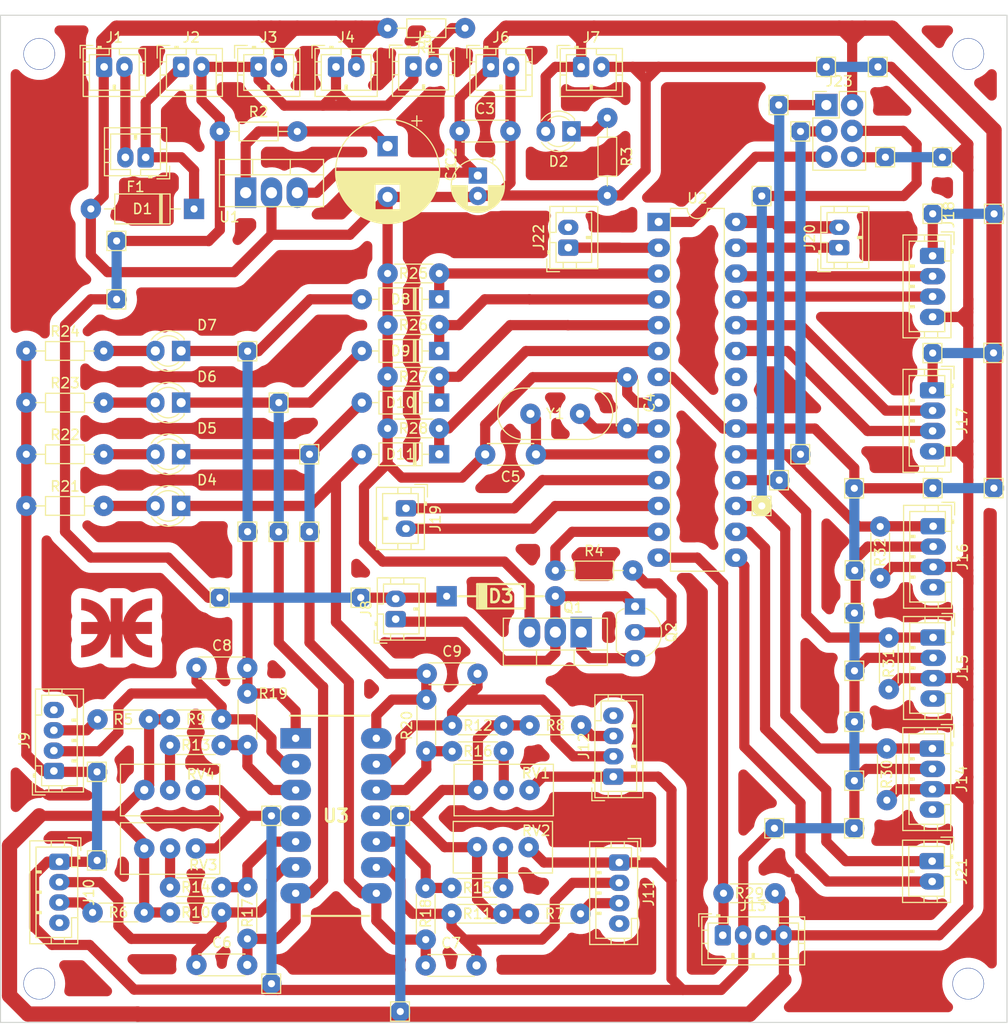
<source format=kicad_pcb>
(kicad_pcb (version 20211014) (generator pcbnew)
  (layers (0 "F.Cu" signal) (31 "B.Cu" signal) (34 "B.Paste" user) (35 "F.Paste" user) (36 "B.SilkS" user "B.Silkscreen") (37 "F.SilkS" user "F.Silkscreen") (38 "B.Mask" user) (39 "F.Mask" user) (44 "Edge.Cuts" user))
  (net 0 "")
  (net 1 "Net-(C1-Pad1)")
  (net 2 "+12V")
  (net 3 "+5V")
  (net 4 "/XTAL1")
  (net 5 "/XTAL2")
  (net 6 "Net-(C6-Pad1)")
  (net 7 "Net-(C6-Pad2)")
  (net 8 "Net-(C7-Pad1)")
  (net 9 "Net-(C7-Pad2)")
  (net 10 "Net-(C8-Pad1)")
  (net 11 "Net-(C8-Pad2)")
  (net 12 "Net-(C9-Pad1)")
  (net 13 "Net-(C9-Pad2)")
  (net 14 "Net-(D1-Pad1)")
  (net 15 "Net-(D2-Pad1)")
  (net 16 "Net-(D3-Pad2)")
  (net 17 "Net-(D4-Pad2)")
  (net 18 "Net-(D5-Pad2)")
  (net 19 "Net-(D6-Pad2)")
  (net 20 "Net-(D7-Pad2)")
  (net 21 "/PD1 LINEA")
  (net 22 "/PD2 LINEA")
  (net 23 "/PD3 LINEA")
  (net 24 "/PD4 LINEA")
  (net 25 "Net-(F1-Pad2)")
  (net 26 "Net-(J5-Pad2)")
  (net 27 "Net-(J9-Pad3)")
  (net 28 "Net-(J10-Pad3)")
  (net 29 "Net-(J11-Pad3)")
  (net 30 "Net-(J12-Pad3)")
  (net 31 "/PB0 OP LATERAL")
  (net 32 "/PB3 OP LATERAL (ICSP_MOSI)")
  (net 33 "/PB4 OP LATERAL (ICSP_MISO)")
  (net 34 "/PB5 OP LATERAL (ICSP_SCK)")
  (net 35 "/PC0 US LATERAL (TRGR)")
  (net 36 "/PC1 US LATERAL (ECHO)")
  (net 37 "/PC2 US LATERAL (TRGR)")
  (net 38 "/PC3 US LATERAL (ECHO)")
  (net 39 "/PD5 GIRO 1A")
  (net 40 "/PD6 GIRO 1B")
  (net 41 "/PB1 GIRO 2A")
  (net 42 "/PB2 GIRO 2B")
  (net 43 "/PC4 ENABLE 1")
  (net 44 "/PC5 ENABLE 2")
  (net 45 "/RESET")
  (net 46 "Net-(Q1-Pad1)")
  (net 47 "Net-(Q2-Pad2)")
  (net 48 "Net-(R13-Pad1)")
  (net 49 "Net-(R13-Pad2)")
  (net 50 "Net-(R14-Pad1)")
  (net 51 "Net-(R14-Pad2)")
  (net 52 "Net-(R15-Pad1)")
  (net 53 "Net-(R15-Pad2)")
  (net 54 "Net-(R16-Pad1)")
  (net 55 "Net-(R16-Pad2)")
  (net 57 "Earth")
  (net 58 "/PD7 BOBINA")
  (net 59 "/PD0 ")
  (footprint "Connector_JST:JST_PH_B4B-PH-K_1x04_P2.00mm_Vertical" (layer "F.Cu") (at 117.191772 86.603133 -90)
    (fp_text reference "J15")
    (fp_text value "Conn_01x03" hide)
  )
  (footprint "Capacitor_THT:C_Disc_D4.3mm_W1.9mm_P5.00mm" (layer "F.Cu") (at 78.1049 68.593555 180)
    (fp_text reference "C5")
    (fp_text value "22pF")
  )
  (footprint "Capacitor_THT:C_Disc_D4.3mm_W1.9mm_P5.00mm" (layer "F.Cu") (at 70.594281 36.793288)
    (fp_text reference "C3")
    (fp_text value "0.1")
  )
  (footprint "Resistor_THT:R_Axial_DIN0204_L3.6mm_D1.6mm_P5.08mm_Horizontal" (layer "F.Cu") (at 63.5 66.04)
    (fp_text reference "R28")
    (fp_text value "3K9" hide)
  )
  (footprint "Connector_Pin:Pin_D0.7mm_L6.5mm_W1.8mm_FlatFork" (layer "F.Cu") (at 46.99 82.687088)
    (fp_text reference "REF**" hide)
    (fp_text value "Pin_D0.7mm_L6.5mm_W1.8mm_FlatFork" hide)
  )
  (footprint "Resistor_THT:R_Axial_DIN0204_L3.6mm_D1.6mm_P5.08mm_Horizontal" (layer "F.Cu") (at 74.93 97.79 180)
    (fp_text reference "R16")
    (fp_text value "10K" hide)
  )
  (footprint "LED_THT:LED_D3.0mm" (layer "F.Cu") (at 43.18 73.66 180)
    (fp_text reference "D4")
    (fp_text value "LED" hide)
  )
  (footprint "Connector_JST:JST_PH_B4B-PH-K_1x04_P2.00mm_Vertical" (layer "F.Cu") (at 96.489877 115.888039)
    (fp_text reference "J13")
    (fp_text value "Conn_01x03")
  )
  (footprint "Resistor_THT:R_Axial_DIN0204_L3.6mm_D1.6mm_P5.08mm_Horizontal" (layer "F.Cu") (at 34.947413 94.657044)
    (fp_text reference "R5")
    (fp_text value "470" hide)
  )
  (footprint "Connector_Pin:Pin_D0.7mm_L6.5mm_W1.8mm_FlatFork" (layer "F.Cu") (at 117.152686 44.9288)
    (fp_text reference "REF**" hide)
    (fp_text value "Pin_D0.7mm_L6.5mm_W1.8mm_FlatFork" hide)
  )
  (footprint "Connector_Pin:Pin_D0.7mm_L6.5mm_W1.8mm_FlatFork" (layer "F.Cu") (at 109.45085 84.199576)
    (fp_text reference "REF**" hide)
    (fp_text value "Pin_D0.7mm_L6.5mm_W1.8mm_FlatFork" hide)
  )
  (footprint "Package_TO_SOT_THT:TO-220-3_Vertical" (layer "F.Cu") (at 82.55 86.073927 180)
    (fp_text reference "Q1")
    (fp_text value "TIP41")
  )
  (footprint "Connector_Pin:Pin_D0.7mm_L6.5mm_W1.8mm_FlatFork" (layer "F.Cu") (at 100.33 43.18)
    (fp_text reference "REF**" hide)
    (fp_text value "Pin_D0.7mm_L6.5mm_W1.8mm_FlatFork" hide)
  )
  (footprint "Resistor_THT:R_Axial_DIN0204_L3.6mm_D1.6mm_P5.08mm_Horizontal" (layer "F.Cu") (at 42.082007 94.6513)
    (fp_text reference "R9")
    (fp_text value "10K" hide)
  )
  (footprint "Connector_Pin:Pin_D0.7mm_L6.5mm_W1.8mm_FlatFork" (layer "F.Cu") (at 112.495577 39.361879)
    (fp_text reference "REF**" hide)
    (fp_text value "Pin_D0.7mm_L6.5mm_W1.8mm_FlatFork" hide)
  )
  (footprint "Resistor_THT:R_Axial_DIN0204_L3.6mm_D1.6mm_P7.62mm_Horizontal" (layer "F.Cu") (at 27.94 73.66)
    (fp_text reference "R21")
    (fp_text value "1K")
  )
  (footprint "Connector_Pin:Pin_D0.7mm_L6.5mm_W1.8mm_FlatFork" (layer "F.Cu") (at 109.482464 80.004312)
    (fp_text reference "REF**" hide)
    (fp_text value "Pin_D0.7mm_L6.5mm_W1.8mm_FlatFork" hide)
  )
  (footprint "Resistor_THT:R_Axial_DIN0204_L3.6mm_D1.6mm_P5.08mm_Horizontal" (layer "F.Cu") (at 42.082007 97.1913)
    (fp_text reference "R13")
    (fp_text value "10K" hide)
  )
  (footprint "Connector_Pin:Pin_D0.7mm_L6.5mm_W1.8mm_FlatFork" (layer "F.Cu") (at 106.68 30.48)
    (fp_text reference "REF**" hide)
    (fp_text value "Pin_D0.7mm_L6.5mm_W1.8mm_FlatFork" hide)
  )
  (footprint "Diode_THT:D_DO-35_SOD27_P7.62mm_Horizontal" (layer "F.Cu") (at 68.58 53.34 180)
    (fp_text reference "D8")
    (fp_text value "1N4148")
  )
  (footprint "Connector_JST:JST_PH_B4B-PH-K_1x04_P2.00mm_Vertical" (layer "F.Cu") (at 117.196848 75.66218 -90)
    (fp_text reference "J16")
    (fp_text value "Conn_01x03" hide)
  )
  (footprint "Graphics:PCB_Logo" (layer "F.Cu") (at 36.83 85.656398 90)
    (fp_text reference "G***" hide)
    (fp_text value "LOGO" hide)
  )
  (footprint "Connector_Pin:Pin_D0.7mm_L6.5mm_W1.8mm_FlatFork" (layer "F.Cu") (at 123.174817 71.910149)
    (fp_text reference "REF**" hide)
    (fp_text value "Pin_D0.7mm_L6.5mm_W1.8mm_FlatFork" hide)
  )
  (footprint "Connector_JST:JST_PH_B2B-PH-K_1x02_P2.00mm_Vertical" (layer "F.Cu") (at 107.95 48.26 90)
    (fp_text reference "J20")
    (fp_text value "JST_PH_B2B-PH-K_1x02_P2.00mm_Vertical" hide)
  )
  (footprint "Connector_Pin:Pin_D0.7mm_L6.5mm_W1.8mm_FlatFork" (layer "F.Cu") (at 101.575638 105.361277)
    (fp_text reference "REF**" hide)
    (fp_text value "Pin_D0.7mm_L6.5mm_W1.8mm_FlatFork" hide)
  )
  (footprint "SamacSys_Parts:DIOAD1070W78L470D235P" (layer "F.Cu") (at 74.660997 82.544826)
    (fp_text reference "D3")
    (fp_text value "FR107" hide)
  )
  (footprint "Package_TO_SOT_THT:TO-92_Inline_Wide" (layer "F.Cu") (at 87.858914 83.55617 -90)
    (fp_text reference "Q2")
    (fp_text value "BC548")
  )
  (footprint "Package_TO_SOT_THT:TO-220-3_Vertical" (layer "F.Cu") (at 49.53 42.855)
    (fp_text reference "U1")
    (fp_text value "L7805")
  )
  (footprint "Connector_Pin:Pin_D0.7mm_L6.5mm_W1.8mm_FlatFork" (layer "F.Cu") (at 123.137219 58.610699)
    (fp_text reference "REF**" hide)
    (fp_text value "Pin_D0.7mm_L6.5mm_W1.8mm_FlatFork" hide)
  )
  (footprint "Diode_THT:D_DO-41_SOD81_P10.16mm_Horizontal" (layer "F.Cu") (at 44.45 44.45 180)
    (fp_text reference "D1")
    (fp_text value "1N4007")
  )
  (footprint "Connector_Pin:Pin_D0.7mm_L6.5mm_W1.8mm_FlatFork" (layer "F.Cu") (at 36.83 53.34)
    (fp_text reference "REF**" hide)
    (fp_text value "Pin_D0.7mm_L6.5mm_W1.8mm_FlatFork" hide)
  )
  (footprint "Connector_Pin:Pin_D0.7mm_L6.5mm_W1.8mm_FlatFork" (layer "F.Cu") (at 49.722366 58.444017)
    (fp_text reference "REF**" hide)
    (fp_text value "Pin_D0.7mm_L6.5mm_W1.8mm_FlatFork" hide)
  )
  (footprint "Connector_Pin:Pin_D0.7mm_L6.5mm_W1.8mm_FlatFork" (layer "F.Cu") (at 109.428219 105.366028)
    (fp_text reference "REF**" hide)
    (fp_text value "Pin_D0.7mm_L6.5mm_W1.8mm_FlatFork" hide)
  )
  (footprint "Resistor_THT:R_Axial_DIN0204_L3.6mm_D1.6mm_P5.08mm_Horizontal" (layer "F.Cu") (at 101.64 111.76 180)
    (fp_text reference "R29")
    (fp_text value "5K6" hide)
  )
  (footprint "Resistor_THT:R_Axial_DIN0204_L3.6mm_D1.6mm_P5.08mm_Horizontal" (layer "F.Cu") (at 74.869791 111.233898 180)
    (fp_text reference "R15")
    (fp_text value "10K" hide)
  )
  (footprint "Package_DIP:DIP-28_W7.62mm" (layer "F.Cu") (at 90.18 45.73)
    (fp_text reference "U2")
    (fp_text value "ATmega328P-P")
  )
  (footprint "Resistor_THT:R_Axial_DIN0204_L3.6mm_D1.6mm_P7.62mm_Horizontal" (layer "F.Cu") (at 27.94 63.5)
    (fp_text reference "R23")
    (fp_text value "1K")
  )
  (footprint "Connector_JST:JST_PH_B2B-PH-K_1x02_P2.00mm_Vertical" (layer "F.Cu") (at 50.8 30.48)
    (fp_text reference "J3")
    (fp_text value "Conn_01x02")
  )
  (footprint "Connector_JST:JST_PH_B4B-PH-K_1x04_P2.00mm_Vertical" (layer "F.Cu") (at 86.299791 108.733898 -90)
    (fp_text reference "J11")
    (fp_text value "Conn_01x03")
  )
  (footprint "Connector_JST:JST_PH_B2B-PH-K_1x02_P2.00mm_Vertical" (layer "F.Cu") (at 82.55 30.48)
    (fp_text reference "J7")
    (fp_text value "Conn_01x02")
  )
  (footprint "Resistor_THT:R_Axial_DIN0204_L3.6mm_D1.6mm_P5.08mm_Horizontal" (layer "F.Cu") (at 63.5 60.96)
    (fp_text reference "R27")
    (fp_text value "3K9" hide)
  )
  (footprint "Connector_Pin:Pin_D0.7mm_L6.5mm_W1.8mm_FlatFork" (layer "F.Cu") (at 102.00196 34.232312)
    (fp_text reference "REF**" hide)
    (fp_text value "Pin_D0.7mm_L6.5mm_W1.8mm_FlatFork" hide)
  )
  (footprint "Connector_JST:JST_PH_B2B-PH-K_1x02_P2.00mm_Vertical" (layer "F.Cu") (at 64.294955 84.797665 90)
    (fp_text reference "J8")
    (fp_text value "Conn_01x02")
  )
  (footprint "Resistor_THT:R_Axial_DIN0204_L3.6mm_D1.6mm_P5.08mm_Horizontal" (layer "F.Cu") (at 42.082007 111.1613)
    (fp_text reference "R14")
    (fp_text value "10K" hide)
  )
  (footprint "Connector_JST:JST_PH_B2B-PH-K_1x02_P2.00mm_Vertical" (layer "F.Cu") (at 73.66 30.48)
    (fp_text reference "J6")
    (fp_text value "Conn_01x02")
  )
  (footprint "Resistor_THT:R_Axial_DIN0204_L3.6mm_D1.6mm_P5.08mm_Horizontal" (layer "F.Cu") (at 63.5 55.88)
    (fp_text reference "R26")
    (fp_text value "3K9" hide)
  )
  (footprint "Capacitor_THT:C_Disc_D4.3mm_W1.9mm_P5.00mm" (layer "F.Cu") (at 67.35 90.17)
    (fp_text reference "C9")
    (fp_text value ".01")
  )
  (footprint "Connector_JST:JST_PH_B2B-PH-K_1x02_P2.00mm_Vertical" (layer "F.Cu") (at 43.18 30.48)
    (fp_text reference "J2")
    (fp_text value "Conn_01x02")
  )
  (footprint "Connector_JST:JST_PH_B4B-PH-K_1x04_P2.00mm_Vertical" (layer "F.Cu") (at 31.194712 108.6613 -90)
    (fp_text reference "J10")
    (fp_text value "Conn_01x03")
  )
  (footprint "Connector_Pin:Pin_D0.7mm_L6.5mm_W1.8mm_FlatFork" (layer "F.Cu") (at 102.047467 71.128625)
    (fp_text reference "REF**" hide)
    (fp_text value "Pin_D0.7mm_L6.5mm_W1.8mm_FlatFork" hide)
  )
  (footprint "Resistor_THT:R_Axial_DIN0204_L3.6mm_D1.6mm_P7.62mm_Horizontal" (layer "F.Cu") (at 80.01 80.01)
    (fp_text reference "R4")
    (fp_text value "1K")
  )
  (footprint "LED_THT:LED_D3.0mm" (layer "F.Cu") (at 43.18 68.58 180)
    (fp_text reference "D5")
    (fp_text value "LED" hide)
  )
  (footprint "Resistor_THT:R_Axial_DIN0204_L3.6mm_D1.6mm_P5.08mm_Horizontal" (layer "F.Cu") (at 34.462007 113.646227)
    (fp_text reference "R6")
    (fp_text value "470" hide)
  )
  (footprint "Connector_PinHeader_2.54mm:PinHeader_2x03_P2.54mm_Vertical" (layer "F.Cu") (at 106.683965 34.232596)
    (fp_text reference "J23")
    (fp_text value "ICSP")
  )
  (footprint "" (layer "F.Cu") (at 29.21 120.65)
    (fp_text reference "")
    (fp_text value "")
  )
  (footprint "" (layer "F.Cu") (at 120.65 29.21)
    (fp_text reference "")
    (fp_text value "")
  )
  (footprint "Capacitor_THT:CP_Radial_D10.0mm_P5.00mm" (layer "F.Cu") (at 63.5 38.272323 -90)
    (fp_text reference "C1")
    (fp_text value "470uF")
  )
  (footprint "Connector_Pin:Pin_D0.7mm_L6.5mm_W1.8mm_FlatFork" (layer "F.Cu") (at 49.7188 76.192866)
    (fp_text reference "REF**" hide)
    (fp_text value "Pin_D0.7mm_L6.5mm_W1.8mm_FlatFork" hide)
  )
  (footprint "Capacitor_THT:CP_Radial_D5.0mm_P2.00mm" (layer "F.Cu") (at 72.380354 41.169857 -90)
    (fp_text reference "C2")
    (fp_text value "10uF")
  )
  (footprint "Capacitor_THT:C_Disc_D4.3mm_W1.9mm_P5.00mm" (layer "F.Cu") (at 44.683293 118.802667)
    (fp_text reference "C6")
    (fp_text value ".01")
  )
  (footprint "Potentiometer_THT:Potentiometer_Bourns_3296W_Vertical" (layer "F.Cu") (at 44.632007 107.3513)
    (fp_text reference "RV3")
    (fp_text value "5K" hide)
  )
  (footprint "Capacitor_THT:C_Disc_D4.3mm_W1.9mm_P5.00mm" (layer "F.Cu") (at 87.080341 61.009305 -90)
    (fp_text reference "C4")
    (fp_text value "22pF")
  )
  (footprint "Resistor_THT:R_Axial_DIN0204_L3.6mm_D1.6mm_P5.08mm_Horizontal" (layer "F.Cu") (at 63.5 50.8)
    (fp_text reference "R25")
    (fp_text value "3K9" hide)
  )
  (footprint "Capacitor_THT:C_Disc_D4.3mm_W1.9mm_P5.00mm" (layer "F.Cu") (at 44.689454 89.59012)
    (fp_text reference "C8")
    (fp_text value ".01")
  )
  (footprint "Connector_JST:JST_PH_B2B-PH-K_1x02_P2.00mm_Vertical" (layer "F.Cu") (at 58.42 30.48)
    (fp_text reference "J4")
    (fp_text value "Conn_01x02")
  )
  (footprint "Connector_JST:JST_PH_B4B-PH-K_1x04_P2.00mm_Vertical" (layer "F.Cu") (at 30.652007 99.7313 90)
    (fp_text reference "J9")
    (fp_text value "J")
  )
  (footprint "Potentiometer_THT:Potentiometer_Bourns_3296W_Vertical" (layer "F.Cu") (at 77.47 101.6)
    (fp_text reference "RV1")
    (fp_text value "5K" hide)
  )
  (footprint "Connector_Pin:Pin_D0.7mm_L6.5mm_W1.8mm_FlatFork" (layer "F.Cu") (at 64.748173 123.388105)
    (fp_text reference "REF**" hide)
    (fp_text value "Pin_D0.7mm_L6.5mm_W1.8mm_FlatFork" hide)
  )
  (footprint "Resistor_THT:R_Axial_DIN0204_L3.6mm_D1.6mm_P7.62mm_Horizontal" (layer "F.Cu") (at 27.94 58.42)
    (fp_text reference "R24")
    (fp_text value "1K")
  )
  (footprint "Resistor_THT:R_Axial_DIN0204_L3.6mm_D1.6mm_P5.08mm_Horizontal" (layer "F.Cu") (at 67.31 97.79 90)
    (fp_text reference "R20")
    (fp_text value "1M")
  )
  (footprint "Resistor_THT:R_Axial_DIN0204_L3.6mm_D1.6mm_P5.08mm_Horizontal" (layer "F.Cu") (at 74.93 95.25 180)
    (fp_text reference "R12")
    (fp_text value "10K" hide)
  )
  (footprint "Potentiometer_THT:Potentiometer_Bourns_3296W_Vertical" (layer "F.Cu") (at 44.632007 101.6)
    (fp_text reference "RV4")
    (fp_text value "5K" hide)
  )
  (footprint "Connector_Pin:Pin_D0.7mm_L6.5mm_W1.8mm_FlatFork" (layer "F.Cu") (at 34.910455 108.528605)
    (fp_text reference "REF**" hide)
    (fp_text value "Pin_D0.7mm_L6.5mm_W1.8mm_FlatFork" hide)
  )
  (footprint "Resistor_THT:R_Axial_DIN0204_L3.6mm_D1.6mm_P5.08mm_Horizontal" (layer "F.Cu") (at 82.489791 113.773898 180)
    (fp_text reference "R7")
    (fp_text value "470" hide)
  )
  (footprint "Connector_JST:JST_PH_B2B-PH-K_1x02_P2.00mm_Vertical" (layer "F.Cu") (at 65.308822 73.897862 -90)
    (fp_text reference "J19")
    (fp_text value "Conn_01x02")
  )
  (footprint "" (layer "F.Cu") (at 120.65 120.65)
    (fp_text reference "")
    (fp_text value "")
  )
  (footprint "LED_THT:LED_D3.0mm" (layer "F.Cu") (at 43.18 63.5 180)
    (fp_text reference "D6")
    (fp_text value "LED" hide)
  )
  (footprint "Potentiometer_THT:Potentiometer_Bourns_3296W_Vertical" (layer "F.Cu") (at 77.38535 107.225949)
    (fp_text reference "RV2")
    (fp_text value "5K" hide)
  )
  (footprint "Connector_Pin:Pin_D0.7mm_L6.5mm_W1.8mm_FlatFork" (layer "F.Cu") (at 104.14 68.58)
    (fp_text reference "REF**" hide)
    (fp_text value "Pin_D0.7mm_L6.5mm_W1.8mm_FlatFork" hide)
  )
  (footprint "Connector_Pin:Pin_D0.7mm_L6.5mm_W1.8mm_FlatFork" (layer "F.Cu") (at 52.795678 63.5)
    (fp_text reference "REF**" hide)
    (fp_text value "Pin_D0.7mm_L6.5mm_W1.8mm_FlatFork" hide)
  )
  (footprint "Connector_Pin:Pin_D0.7mm_L6.5mm_W1.8mm_FlatFork" (layer "F.Cu") (at 111.76 30.48)
    (fp_text reference "REF**" hide)
    (fp_text value "Pin_D0.7mm_L6.5mm_W1.8mm_FlatFork" hide)
  )
  (footprint "Connector_Pin:Pin_D0.7mm_L6.5mm_W1.8mm_FlatFork" (layer "F.Cu") (at 109.454722 94.888525)
    (fp_text reference "REF**" hide)
    (fp_text value "Pin_D0.7mm_L6.5mm_W1.8mm_FlatFork" hide)
  )
  (footprint "Connector_Pin:Pin_D0.7mm_L6.5mm_W1.8mm_FlatFork" (layer "F.Cu") (at 52.784855 76.209194)
    (fp_text reference "REF**" hide)
    (fp_text value "Pin_D0.7mm_L6.5mm_W1.8mm_FlatFork" hide)
  )
  (footprint "Connector_Pin:Pin_D0.7mm_L6.5mm_W1.8mm_FlatFork" (layer "F.Cu") (at 29.21 29.21)
    (fp_text reference "REF**" hide)
    (fp_text value "Pin_D0.7mm_L6.5mm_W1.8mm_FlatFork" hide)
  )
  (footprint "SamacSys_Parts:DIP794W53P254L1930H508Q14N" (layer "F.Cu") (at 58.42 104.14)
    (fp_text reference "U3")
    (fp_text value "TL084CN" hide)
  )
  (footprint "Connector_Pin:Pin_D0.7mm_L6.5mm_W1.8mm_FlatFork" (layer "F.Cu") (at 123.193566 44.936266)
    (fp_text reference "REF**" hide)
    (fp_text value "Pin_D0.7mm_L6.5mm_W1.8mm_FlatFork" hide)
  )
  (footprint "Connector_JST:JST_PH_B2B-PH-K_1x02_P2.00mm_Vertical" (layer "F.Cu") (at 66.04 30.452423)
    (fp_text reference "J5")
    (fp_text value "Conn_01x02")
  )
  (footprint "LED_THT:LED_D3.0mm" (layer "F.Cu") (at 81.598891 36.821034 180)
    (fp_text reference "D2")
    (fp_text value "LED")
  )
  (footprint "Resistor_THT:R_Axial_DIN0204_L3.6mm_D1.6mm_P5.08mm_Horizontal" (layer "F.Cu") (at 49.702007 116.2413 90)
    (fp_text reference "R17")
    (fp_text value "1M" hide)
  )
  (footprint "Resistor_THT:R_Axial_DIN0204_L3.6mm_D1.6mm_P5.08mm_Horizontal" (layer "F.Cu") (at 74.869791 113.773898 180)
    (fp_text reference "R11")
    (fp_text value "10K" hide)
  )
  (footprint "Diode_THT:D_DO-35_SOD27_P7.62mm_Horizontal" (layer "F.Cu") (at 68.58 58.42 180)
    (fp_text reference "D9")
    (fp_text value "1N4148" hide)
  )
  (footprint "Connector_JST:JST_PH_B2B-PH-K_1x02_P2.00mm_Vertical" (layer "F.Cu") (at 117.097364 108.599225 -90)
    (fp_text reference "J21")
    (fp_text value "Conn_01x02")
  )
  (footprint "Resistor_THT:R_Axial_DIN0204_L3.6mm_D1.6mm_P5.08mm_Horizontal" (layer "F.Cu") (at 112.634256 102.600997 90)
    (fp_text reference "R30")
    (fp_text value "5K6" hide)
  )
  (footprint "Connector_Pin:Pin_D0.7mm_L6.5mm_W1.8mm_FlatFork" (layer "F.Cu") (at 100.33 73.66)
    (fp_text reference "REF**" hide)
    (fp_text value "Pin_D0.7mm_L6.5mm_W1.8mm_FlatFork" hide)
  )
  (footprint "Connector_JST:JST_PH_B2B-PH-K_1x02_P2.00mm_Vertical" (layer "F.Cu") (at 81.28 48.26 90)
    (fp_text reference "J22")
    (fp_text value "JST_PH_B2B-PH-K_1x02_P2.00mm_Vertical" hide)
  )
  (footprint "Connector_JST:JST_PH_B4B-PH-K_1x04_P2.00mm_Vertical" (layer "F.Cu") (at 117.120641 97.526493 -90)
    (fp_text reference "J14")
    (fp_text value "Conn_01x03")
  )
  (footprint "LED_THT:LED_D3.0mm" (layer "F.Cu") (at 43.18 58.42 180)
    (fp_text reference "D7")
    (fp_text value "LED")
  )
  (footprint "Resistor_THT:R_Axial_DIN0204_L3.6mm_D1.6mm_P5.08mm_Horizontal" (layer "F.Cu") (at 49.702007 92.1113 -90)
    (fp_text reference "R19")
    (fp_text value "1M" hide)
  )
  (footprint "Resistor_THT:R_Axial_DIN0204_L3.6mm_D1.6mm_P7.62mm_Horizontal" (layer "F.Cu") (at 71.12 26.67 180)
    (fp_text reference "R1")
    (fp_text value "1K8")
  )
  (footprint "Resistor_THT:R_Axial_DIN0204_L3.6mm_D1.6mm_P7.62mm_Horizontal" (layer "F.Cu") (at 85.125861 35.505187 -90)
    (fp_text reference "R3")
    (fp_text value "1K")
  )
  (footprint "Connector_JST:JST_PH_B4B-PH-K_1x04_P2.00mm_Vertical" (layer "F.Cu") (at 117.14 49.07 -90)
    (fp_text reference "J18")
    (fp_text value "Conn_01x04" hide)
  )
  (footprint "Connector_JST:JST_PH_B2B-PH-K_1x02_P2.00mm_Vertical" (layer "F.Cu") (at 35.6 30.48)
    (fp_text reference "J1")
    (fp_text value "Conn_01x02")
  )
  (footprint "Crystal:Crystal_HC49-U_Vertical" (layer "F.Cu") (at 77.56 64.600711)
    (fp_text reference "Y1")
    (fp_text value "16MHz" hide)
  )
  (footprint "Capacitor_THT:C_Disc_D4.3mm_W1.9mm_P5.00mm" (layer "F.Cu") (at 67.249791 118.853898)
    (fp_text reference "C7")
    (fp_text value ".01")
  )
  (footprint "Diode_THT:D_DO-35_SOD27_P7.62mm_Horizontal" (layer "F.Cu") (at 68.58 63.5 180)
    (fp_text reference "D10")
    (fp_text value "1N4148" hide)
  )
  (footprint "Connector_Pin:Pin_D0.7mm_L6.5mm_W1.8mm_FlatFork" (layer "F.Cu") (at 109.454514 89.87772)
    (fp_text reference "REF**" hide)
    (fp_text value "Pin_D0.7mm_L6.5mm_W1.8mm_FlatFork" hide)
  )
  (footprint "Resistor_THT:R_Axial_DIN0204_L3.6mm_D1.6mm_P7.62mm_Horizontal" (layer "F.Cu") (at 46.99 36.83)
    (fp_text reference "R2")
    (fp_text value "4,7")
  )
  (footprint "Connector_Pin:Pin_D0.7mm_L6.5mm_W1.8mm_FlatFork" (layer "F.Cu") (at 60.860418 82.687088)
    (fp_text reference "REF**" hide)
    (fp_text value "Pin_D0.7mm_L6.5mm_W1.8mm_FlatFork" hide)
  )
  (footprint "Connector_Pin:Pin_D0.7mm_L6.5mm_W1.8mm_FlatFork" (layer "F.Cu") (at 52.07 104.14)
    (fp_text reference "REF**" hide)
    (fp_text value "Pin_D0.7mm_L6.5mm_W1.8mm_FlatFork" hide)
  )
  (footprint "Connector_Pin:Pin_D0.7mm_L6.5mm_W1.8mm_FlatFork" (layer "F.Cu") (at 109.445031 100.686945)
    (fp_text reference "REF**" hide)
    (fp_text value "Pin_D0.7mm_L6.5mm_W1.8mm_FlatFork" hide)
  )
  (footprint "Resistor_THT:R_Axial_DIN0204_L3.6mm_D1.6mm_P5.08mm_Horizontal" (layer "F.Cu") (at 111.985031 80.766999 90)
    (fp_text reference "R32")
    (fp_text value "5K6" hide)
  )
  (footprint "Connector_Pin:Pin_D0.7mm_L6.5mm_W1.8mm_FlatFork" (layer "F.Cu") (at 36.83 47.598725)
    (fp_text reference "REF**" hide)
    (fp_text value "Pin_D0.7mm_L6.5mm_W1.8mm_FlatFork" hide)
  )
  (footprint "Connector_Pin:Pin_D0.7mm_L6.5mm_W1.8mm_FlatFork" (layer "F.Cu") (at 118.11 39.37)
    (fp_text reference "REF**" hide)
    (fp_text value "Pin_D0.7mm_L6.5mm_W1.8mm_FlatFork" hide)
  )
  (footprint "Connector_Pin:Pin_D0.7mm_L6.5mm_W1.8mm_FlatFork" (layer "F.Cu") (at 55.813658 68.58)
    (fp_text reference "REF**" hide)
    (fp_text value "Pin_D0.7mm_L6.5mm_W1.8mm_FlatFork" hide)
  )
  (footprint "Resistor_THT:R_Axial_DIN0204_L3.6mm_D1.6mm_P5.08mm_Horizontal" (layer "F.Cu") (at 112.832128 91.687017 90)
    (fp_text reference "R31")
    (fp_text value "5K6" hide)
  )
  (footprint "Connector_JST:JST_PH_B2B-PH-K_1x02_P2.00mm_Vertical" (layer "F.Cu") (at 39.689571 39.378965 180)
    (fp_text reference "F1")
    (fp_text value "Fuse")
  )
  (footprint "Connector_Pin:Pin_D0.7mm_L6.5mm_W1.8mm_FlatFork" (layer "F.Cu") (at 104.14 36.83)
    (fp_text reference "REF**" hide)
    (fp_text value "Pin_D0.7mm_L6.5mm_W1.8mm_FlatFork" hide)
  )
  (footprint "Connector_Pin:Pin_D0.7mm_L6.5mm_W1.8mm_FlatFork" (layer "F.Cu") (at 64.77 104.14)
    (fp_text reference "REF**" hide)
    (fp_text value "Pin_D0.7mm_L6.5mm_W1.8mm_FlatFork" hide)
  )
  (footprint "Resistor_THT:R_Axial_DIN0204_L3.6mm_D1.6mm_P5.08mm_Horizontal" (layer "F.Cu") (at 42.082007 113.646227)
    (fp_text reference "R10")
    (fp_text value "10K" hide)
  )
  (footprint "Connector_Pin:Pin_D0.7mm_L6.5mm_W1.8mm_FlatFork" (layer "F.Cu") (at 52.07 120.65)
    (fp_text reference "REF**" hide)
    (fp_text value "Pin_D0.7mm_L6.5mm_W1.8mm_FlatFork" hide)
  )
  (footprint "Connector_Pin:Pin_D0.7mm_L6.5mm_W1.8mm_FlatFork" (layer "F.Cu") (at 55.813658 76.2)
    (fp_text reference "REF**" hide)
    (fp_text value "Pin_D0.7mm_L6.5mm_W1.8mm_FlatFork" hide)
  )
  (footprint "Connector_Pin:Pin_D0.7mm_L6.5mm_W1.8mm_FlatFork" (layer "F.Cu") (at 117.15179 58.626225)
    (fp_text reference "REF**" hide)
    (fp_text value "Pin_D0.7mm_L6.5mm_W1.8mm_FlatFork" hide)
  )
  (footprint "Resistor_THT:R_Axial_DIN0204_L3.6mm_D1.6mm_P5.08mm_Horizontal" (layer "F.Cu") (at 82.55 95.25 180)
    (fp_text reference "R8")
    (fp_text value "470" hide)
  )
  (footprint "Resistor_THT:R_Axial_DIN0204_L3.6mm_D1.6mm_P5.08mm_Horizontal" (layer "F.Cu") (at 67.249791 111.233898 -90)
    (fp_text reference "R18")
    (fp_text value "1M" hide)
  )
  (footprint "Connector_JST:JST_PH_B4B-PH-K_1x04_P2.00mm_Vertical" (layer "F.Cu") (at 117.14 62.29 -90)
    (fp_text reference "J17")
    (fp_text value "Conn_01x04" hide)
  )
  (footprint "Connector_Pin:Pin_D0.7mm_L6.5mm_W1.8mm_FlatFork" (layer "F.Cu") (at 109.438118 71.926152)
    (fp_text reference "REF**" hide)
    (fp_text value "Pin_D0.7mm_L6.5mm_W1.8mm_FlatFork" hide)
  )
  (footprint "Connector_Pin:Pin_D0.7mm_L6.5mm_W1.8mm_FlatFork" (layer "F.Cu") (at 117.172937 71.910895)
    (fp_text reference "REF**" hide)
    (fp_text value "Pin_D0.7mm_L6.5mm_W1.8mm_FlatFork" hide)
  )
  (footprint "Resistor_THT:R_Axial_DIN0204_L3.6mm_D1.6mm_P7.62mm_Horizontal" (layer "F.Cu") (at 27.94 68.58)
    (fp_text reference "R22")
    (fp_text value "1K")
  )
  (footprint "Connector_JST:JST_PH_B4B-PH-K_1x04_P2.00mm_Vertical" (layer "F.Cu") (at 85.714494 100.29 90)
    (fp_text reference "J12")
    (fp_text value "Conn_01x03")
  )
  (footprint "Connector_Pin:Pin_D0.7mm_L6.5mm_W1.8mm_FlatFork" (layer "F.Cu") (at 34.902291 99.815675)
    (fp_text reference "REF**" hide)
    (fp_text value "Pin_D0.7mm_L6.5mm_W1.8mm_FlatFork" hide)
  )
  (footprint "Diode_THT:D_DO-35_SOD27_P7.62mm_Horizontal" (layer "F.Cu") (at 68.58 68.58 180)
    (fp_text reference "D11")
    (fp_text value "1N4148" hide)
  )
  (gr_line (start 25.4 25.4) (end 124.46 25.4) (layer "Edge.Cuts") (width 0.1))
  (gr_line (start 124.46 124.46) (end 25.4 124.46) (layer "Edge.Cuts") (width 0.1))
  (gr_line (start 124.46 25.4) (end 124.46 124.46) (layer "Edge.Cuts") (width 0.1))
  (gr_line (start 25.4 124.46) (end 25.4 25.4) (layer "Edge.Cuts") (width 0.1))
  (segment (start 54.61 36.83) (end 50.8 36.83) (width 1) (layer "F.Cu") (net 1))
  (segment (start 50.8 36.83) (end 49.53 38.1) (width 1) (layer "F.Cu") (net 1))
  (segment (start 49.53 38.1) (end 49.53 42.855) (width 1) (layer "F.Cu") (net 1))
  (segment (start 54.61 36.83) (end 62.057677 36.83) (width 1) (layer "F.Cu") (net 1))
  (segment (start 62.057677 36.83) (end 63.5 38.272323) (width 1) (layer "F.Cu") (net 1))
  (segment (start 60.860418 82.687088) (end 69.168735 82.687088) (width 1) (layer "F.Cu") (net 2))
  (segment (start 45.18 33.75) (end 45.18 30.48) (width 1) (layer "F.Cu") (net 2))
  (segment (start 46.99 46.510865) (end 45.891441 47.609424) (width 1) (layer "F.Cu") (net 2))
  (segment (start 46.99 35.56) (end 46.99 46.510865) (width 1) (layer "F.Cu") (net 2))
  (segment (start 57.15 34.29) (end 59.69 34.29) (width 1) (layer "F.Cu") (net 2))
  (segment (start 50.8 31.75) (end 53.34 34.29) (width 1) (layer "F.Cu") (net 2))
  (segment (start 58.42 33.02) (end 59.69 34.29) (width 1) (layer "F.Cu") (net 2))
  (segment (start 34.29 53.34) (end 31.75 55.88) (width 1) (layer "F.Cu") (net 2))
  (segment (start 58.42 30.48) (end 58.42 33.02) (width 1) (layer "F.Cu") (net 2))
  (segment (start 59.69 34.29) (end 63.5 34.29) (width 1) (layer "F.Cu") (net 2))
  (segment (start 63.5 34.29) (end 66.04 31.75) (width 1) (layer "F.Cu") (net 2))
  (segment (start 41.91 78.74) (end 45.857088 82.687088) (width 1) (layer "F.Cu") (net 2))
  (segment (start 66.04 31.75) (end 66.04 30.452423) (width 1) (layer "F.Cu") (net 2))
  (segment (start 45.857088 82.687088) (end 46.99 82.687088) (width 1) (layer "F.Cu") (net 2))
  (segment (start 69.168735 82.687088) (end 69.310997 82.544826) (width 1) (layer "F.Cu") (net 2))
  (segment (start 53.34 34.29) (end 57.15 34.29) (width 1) (layer "F.Cu") (net 2))
  (segment (start 45.891441 47.609424) (end 45.880742 47.598725) (width 1) (layer "F.Cu") (net 2))
  (segment (start 45.880742 47.598725) (end 36.83 47.598725) (width 1) (layer "F.Cu") (net 2))
  (segment (start 36.83 53.34) (end 34.29 53.34) (width 1) (layer "F.Cu") (net 2))
  (segment (start 46.99 35.56) (end 45.18 33.75) (width 1) (layer "F.Cu") (net 2))
  (segment (start 45.18 30.48) (end 50.8 30.48) (width 1) (layer "F.Cu") (net 2))
  (segment (start 31.75 76.2) (end 34.29 78.74) (width 1) (layer "F.Cu") (net 2))
  (segment (start 58.42 33.02) (end 57.15 34.29) (width 1) (layer "F.Cu") (net 2))
  (segment (start 34.29 78.74) (end 41.91 78.74) (width 1) (layer "F.Cu") (net 2))
  (segment (start 50.8 30.48) (end 50.8 31.75) (width 1) (layer "F.Cu") (net 2))
  (segment (start 31.75 55.88) (end 31.75 76.2) (width 1) (layer "F.Cu") (net 2))
  (segment (start 36.83 47.598725) (end 36.83 53.34) (width 1) (layer "B.Cu") (net 2))
  (segment (start 46.99 82.687088) (end 60.860418 82.687088) (width 1) (layer "B.Cu") (net 2))
  (segment (start 70.594281 36.793288) (end 70.594281 33.545719) (width 1) (layer "F.Cu") (net 3))
  (segment (start 96.322995 121.266888) (end 98.50747 119.082413) (width 1) (layer "F.Cu") (net 3))
  (segment (start 123.19 36.711409) (end 113.148591 26.67) (width 1.5) (layer "F.Cu") (net 3))
  (segment (start 28.7059 109.9752) (end 28.7059 115.11845) (width 1) (layer "F.Cu") (net 3))
  (segment (start 75.170397 26.67) (end 73.66 28.180397) (width 1.5) (layer "F.Cu") (net 3))
  (segment (start 98.50747 119.082413) (end 98.50747 108.429445) (width 1) (layer "F.Cu") (net 3))
  (segment (start 78.893299 108.733898) (end 77.38535 107.225949) (width 1) (layer "F.Cu") (net 3))
  (segment (start 49.53 104.14) (end 46.99 101.6) (width 1) (layer "F.Cu") (net 3))
  (segment (start 109.45085 84.199576) (end 109.570016 84.08041) (width 1) (layer "F.Cu") (net 3))
  (segment (start 31.194712 108.6613) (end 34.705315 108.6613) (width 1) (layer "F.Cu") (net 3))
  (segment (start 82.55 27.94) (end 82.55 26.67) (width 1) (layer "F.Cu") (net 3))
  (segment (start 109.445031 105.349216) (end 109.428219 105.366028) (width 1) (layer "F.Cu") (net 3))
  (segment (start 91.44 101.6) (end 91.44 110.49) (width 1) (layer "F.Cu") (net 3))
  (segment (start 46.99 101.6) (end 44.632007 101.6) (width 1) (layer "F.Cu") (net 3))
  (segment (start 81.28 26.67) (end 82.55 26.67) (width 1) (layer "F.Cu") (net 3))
  (segment (start 28.7059 115.11845) (end 28.75845 115.11845) (width 1) (layer "F.Cu") (net 3))
  (segment (start 89.683898 108.733898) (end 86.299791 108.733898) (width 1) (layer "F.Cu") (net 3))
  (segment (start 70.594281 39.383784) (end 72.380354 41.169857) (width 1) (layer "F.Cu") (net 3))
  (segment (start 123.19 71.894966) (end 123.19 36.711409) (width 1.5) (layer "F.Cu") (net 3))
  (segment (start 46.652388 107.3513) (end 44.632007 107.3513) (width 1) (layer "F.Cu") (net 3))
  (segment (start 86.299791 108.733898) (end 78.893299 108.733898) (width 1) (layer "F.Cu") (net 3))
  (segment (start 75.170397 26.67) (end 83.82 26.67) (width 1.5) (layer "F.Cu") (net 3))
  (segment (start 82.55 27.94) (end 81.28 26.67) (width 1) (layer "F.Cu") (net 3))
  (segment (start 92.559482 121.266888) (end 52.686888 121.266888) (width 1) (layer "F.Cu") (net 3))
  (segment (start 34.705315 108.6613) (end 34.812488 108.554127) (width 1) (layer "F.Cu") (net 3))
  (segment (start 123.174817 71.910149) (end 123.19 71.894966) (width 1) (layer "F.Cu") (net 3))
  (segment (start 110.605483 99.526493) (end 109.445031 100.686945) (width 1) (layer "F.Cu") (net 3))
  (segment (start 91.44 110.49) (end 89.683898 108.733898) (width 1) (layer "F.Cu") (net 3))
  (segment (start 70.594281 33.545719) (end 73.66 30.48) (width 1) (layer "F.Cu") (net 3))
  (segment (start 117.120641 99.526493) (end 110.605483 99.526493) (width 1) (layer "F.Cu") (net 3))
  (segment (start 91.44 120.147406) (end 91.44 110.49) (width 1) (layer "F.Cu") (net 3))
  (segment (start 90.18 60.97) (end 91.45 60.97) (width 1) (layer "F.Cu") (net 3))
  (segment (start 51.518422 121.266888) (end 52.686888 121.266888) (width 1) (layer "F.Cu") (net 3))
  (segment (start 54.45 104.14) (end 52.07 104.14) (width 1) (layer "F.Cu") (net 3))
  (segment (start 110.49 26.67793) (end 110.49 26.67) (width 1) (layer "F.Cu") (net 3))
  (segment (start 109.570016 84.08041) (end 109.570016 80.091864) (width 1) (layer "F.Cu") (net 3))
  (segment (start 109.438118 69.93812) (end 105.549998 66.05) (width 1) (layer "F.Cu") (net 3))
  (segment (start 52.07 104.14) (end 49.53 104.14) (width 1) (layer "F.Cu") (net 3))
  (segment (start 72.088019 40.877522) (end 72.380354 41.169857) (width 1) (layer "F.Cu") (net 3))
  (segment (start 30.48 116.84) (end 34.161763 116.84) (width 1) (layer "F.Cu") (net 3))
  (segment (start 27.94 98.097731) (end 27.94 73.66) (width 1) (layer "F.Cu") (net 3))
  (segment (start 109.482464 80.004312) (end 109.482464 78.94005) (width 1) (layer "F.Cu") (net 3))
  (segment (start 117.152686 49.057314) (end 117.14 49.07) (width 1) (layer "F.Cu") (net 3))
  (segment (start 31.186062 108.65265) (end 30.02845 108.65265) (width 1) (layer "F.Cu") (net 3))
  (segment (start 110.729101 88.603133) (end 109.454514 89.87772) (width 1) (layer "F.Cu") (net 3))
  (segment (start 110.49 26.67) (end 109.22 26.67) (width 1.5) (layer "F.Cu") (net 3))
  (segment (start 82.55 26.67) (end 83.82 26.67) (width 1) (layer "F.Cu") (net 3))
  (segment (start 58.494273 40.877522) (end 72.088019 40.877522) (width 1) (layer "F.Cu") (net 3))
  (segment (start 109.438118 71.926152) (end 109.438118 69.93812) (width 1) (layer "F.Cu") (net 3))
  (segment (start 92.559482 121.266888) (end 91.44 120.147406) (width 1) (layer "F.Cu") (net 3))
  (segment (start 49.53 104.473688) (end 46.652388 107.3513) (width 1) (layer "F.Cu") (net 3))
  (segment (start 109.438118 71.926152) (end 117.15768 71.926152) (width 1) (layer "F.Cu") (net 3))
  (segment (start 54.61 42.855) (end 56.516795 42.855) (width 1) (layer "F.Cu") (net 3))
  (segment (start 85.714494 100.29) (end 90.13 100.29) (width 1) (layer "F.Cu") (net 3))
  (segment (start 52.686888 121.266888) (end 52.07 120.65) (width 1) (layer "F.Cu") (net 3))
  (segment (start 117.14 62.29) (end 117.14 58.638015) (width 1) (layer "F.Cu") (net 3))
  (segment (start 109.223965 27.943965) (end 109.223965 26.673965) (width 1) (layer "F.Cu") (net 3))
  (segment (start 109.223965 26.673965) (end 109.22 26.67) (width 1) (layer "F.Cu") (net 3))
  (segment (start 29.573569 99.7313) (end 27.94 98.097731) (width 1) (layer "F.Cu") (net 3))
  (segment (start 90.13 100.29) (end 91.44 101.6) (width 1) (layer "F.Cu") (net 3))
  (segment (start 82.55 30.48) (end 82.55 27.94) (width 1) (layer "F.Cu") (net 3))
  (segment (start 98.50747 108.429445) (end 101.575638 105.361277) (width 1) (layer "F.Cu") (net 3))
  (segment (start 38.555996 121.234233) (end 51.485767 121.234233) (width 1) (layer "F.Cu") (net 3))
  (segment (start 92.559482 121.266888) (end 96.322995 121.266888) (width 1) (layer "F.Cu") (net 3))
  (segment (start 109.482464 78.94005) (end 110.760334 77.66218) (width 1) (layer "F.Cu") (net 3))
  (segment (start 109.223965 27.943965) (end 107.95 26.67) (width 1) (layer "F.Cu") (net 3))
  (segment (start 109.223965 27.943965) (end 110.49 26.67793) (width 1) (layer "F.Cu") (net 3))
  (segment (start 34.161763 116.84) (end 38.555996 121.234233) (width 1) (layer "F.Cu") (net 3))
  (segment (start 56.516795 42.855) (end 58.494273 40.877522) (width 1) (layer "F.Cu") (net 3))
  (segment (start 79.058891 31.431109) (end 80.01 30.48) (width 1) (layer "F.Cu") (net 3))
  (segment (start 79.058891 36.821034) (end 79.058891 31.431109) (width 1) (layer "F.Cu") (net 3))
  (segment (start 109.454514 94.888317) (end 109.454722 94.888525) (width 1) (layer "F.Cu") (net 3))
  (segment (start 27.94 68.58) (end 27.94 73.66) (width 1) (layer "F.Cu") (net 3))
  (segment (start 109.454514 89.87772) (end 109.454514 94.888317) (width 1) (layer "F.Cu") (net 3))
  (segment (start 78.78 100.29) (end 85.714494 100.29) (width 1) (layer "F.Cu") (net 3))
  (segment (start 117.14 58.638015) (end 117.15179 58.626225) (width 1) (layer "F.Cu") (net 3))
  (segment (start 109.22 26.67) (end 107.95 26.67) (width 1.5) (layer "F.Cu") (net 3))
  (segment (start 27.94 58.42) (end 27.94 63.5) (width 1) (layer "F.Cu") (net 3))
  (segment (start 30.652007 99.7313) (end 29.573569 99.7313) (width 1) (layer "F.Cu") (net 3))
  (segment (start 110.760334 77.66218) (end 117.196848 77.66218) (width 1) (layer "F.Cu") (net 3))
  (segment (start 51.485767 121.234233) (end 51.518422 121.266888) (width 1) (layer "F.Cu") (net 3))
  (segment (start 73.66 28.180397) (end 73.66 30.48) (width 1.5) (layer "F.Cu") (net 3))
  (segment (start 82.55 27.94) (end 83.82 26.67) (width 1) (layer "F.Cu") (net 3))
  (segment (start 105.549998 66.05) (end 97.8 66.05) (width 1) (layer "F.Cu") (net 3))
  (segment (start 117.152686 44.9288) (end 117.152686 49.057314) (width 1) (layer "F.Cu") (net 3))
  (segment (start 30.736382 99.815675) (end 30.652007 99.7313) (width 1) (layer "F.Cu") (net 3))
  (segment (start 77.47 101.6) (end 78.78 100.29) (width 1) (layer "F.Cu") (net 3))
  (segment (start 109.570016 80.091864) (end 109.482464 80.004312) (width 1) (layer "F.Cu") (net 3))
  (segment (start 113.148591 26.67) (end 110.49 26.67) (width 1.5) (layer "F.Cu") (net 3))
  (segment (start 49.53 104.14) (end 49.53 104.473688) (width 1) (layer "F.Cu") (net 3))
  (segment (start 52.07 120.65) (end 51.485767 121.234233) (width 1) (layer "F.Cu") (net 3))
  (segment (start 109.223965 34.232596) (end 109.223965 27.943965) (width 1) (layer "F.Cu") (net 3))
  (segment (start 70.594281 36.793288) (end 70.594281 39.383784) (width 1) (layer "F.Cu") (net 3))
  (segment (start 31.194712 108.6613) (end 31.186062 108.65265) (width 1) (layer "F.Cu") (net 3))
  (segment (start 109.445031 100.686945) (end 109.445031 105.349216) (width 1) (layer "F.Cu") (net 3))
  (segment (start 80.01 30.48) (end 82.55 30.48) (width 1) (layer "F.Cu") (net 3))
  (segment (start 107.95 26.67) (end 83.82 26.67) (width 1.5) (layer "F.Cu") (net 3))
  (segment (start 117.191772 88.603133) (end 110.729101 88.603133) (width 1) (layer "F.Cu") (net 3))
  (segment (start 30.02845 108.65265) (end 28.7059 109.9752) (width 1) (layer "F.Cu") (net 3))
  (segment (start 27.94 63.5) (end 27.94 68.58) (width 1) (layer "F.Cu") (net 3))
  (segment (start 117.15768 71.926152) (end 117.172937 71.910895) (width 1) (layer "F.Cu") (net 3))
  (segment (start 34.902291 99.815675) (end 30.736382 99.815675) (width 1) (layer "F.Cu") (net 3))
  (segment (start 28.75845 115.11845) (end 30.48 116.84) (width 1) (layer "F.Cu") (net 3))
  (segment (start 91.45 60.97) (end 96.53 66.05) (width 1) (layer "F.Cu") (net 3))
  (segment (start 96.53 66.05) (end 97.8 66.05) (width 1) (layer "F.Cu") (net 3))
  (segment (start 123.174071 71.910895) (end 123.174817 71.910149) (width 1) (layer "B.Cu") (net 3))
  (segment (start 109.438118 71.926152) (end 109.438118 79.959966) (width 1) (layer "B.Cu") (net 3))
  (segment (start 109.445031 94.898216) (end 109.454722 94.888525) (width 1) (layer "B.Cu") (net 3))
  (segment (start 123.121693 58.626225) (end 123.137219 58.610699) (width 1) (layer "B.Cu") (net 3))
  (segment (start 109.445031 100.686945) (end 109.445031 94.898216) (width 1) (layer "B.Cu") (net 3))
  (segment (start 109.438118 79.959966) (end 109.482464 80.004312) (width 1) (layer "B.Cu") (net 3))
  (segment (start 117.152686 44.9288) (end 123.1861 44.9288) (width 1) (layer "B.Cu") (net 3))
  (segment (start 52.07 104.14) (end 52.07 120.65) (width 1) (layer "B.Cu") (net 3))
  (segment (start 109.423468 105.361277) (end 109.428219 105.366028) (width 1) (layer "B.Cu") (net 3))
  (segment (start 117.15179 58.626225) (end 123.121693 58.626225) (width 1) (layer "B.Cu") (net 3))
  (segment (start 117.172937 71.910895) (end 123.174071 71.910895) (width 1) (layer "B.Cu") (net 3))
  (segment (start 101.575638 105.361277) (end 109.423468 105.361277) (width 1) (layer "B.Cu") (net 3))
  (segment (start 34.902291 99.815675) (end 34.902291 108.520441) (width 1) (layer "B.Cu") (net 3))
  (segment (start 123.1861 44.9288) (end 123.193566 44.936266) (width 1) (layer "B.Cu") (net 3))
  (segment (start 109.454514 89.87772) (end 109.454514 84.20324) (width 1) (layer "B.Cu") (net 3))
  (segment (start 34.902291 108.520441) (end 34.910455 108.528605) (width 1) (layer "B.Cu") (net 3))
  (segment (start 109.454514 84.20324) (end 109.45085 84.199576) (width 1) (layer "B.Cu") (net 3))
  (segment (start 90.18 66.05) (end 83.889289 66.05) (width 1) (layer "F.Cu") (net 4))
  (segment (start 83.889289 66.05) (end 82.44 64.600711) (width 1) (layer "F.Cu") (net 4))
  (segment (start 78.1049 68.593555) (end 90.176445 68.593555) (width 1) (layer "F.Cu") (net 5))
  (segment (start 90.176445 68.593555) (end 90.18 68.59) (width 1) (layer "F.Cu") (net 5))
  (segment (start 78.101264 68.589919) (end 78.1049 68.593555) (width 1) (layer "F.Cu") (net 5))
  (segment (start 77.56 64.600711) (end 78.101264 65.141975) (width 1) (layer "F.Cu") (net 5))
  (segment (start 78.101264 65.141975) (end 78.101264 68.589919) (width 1) (layer "F.Cu") (net 5))
  (segment (start 52.07 112.455906) (end 52.07 110.49) (width 1) (layer "F.Cu") (net 6))
  (segment (start 37.002007 114.9713) (end 38.272007 116.2413) (width 1) (layer "F.Cu") (net 6))
  (segment (start 45.892007 116.2413) (end 47.162007 114.9713) (width 1) (layer "F.Cu") (net 6))
  (segment (start 53.34 109.22) (end 54.45 109.22) (width 1) (layer "F.Cu") (net 6))
  (segment (start 31.200371 110.666959) (end 35.237666 110.666959) (width 1) (layer "F.Cu") (net 6))
  (segment (start 38.272007 116.2413) (end 45.892007 116.2413) (width 1) (layer "F.Cu") (net 6))
  (segment (start 47.162007 114.9713) (end 47.162007 113.646227) (width 1) (layer "F.Cu") (net 6))
  (segment (start 47.162007 113.646227) (end 50.879679 113.646227) (width 1) (layer "F.Cu") (net 6))
  (segment (start 31.194712 110.6613) (end 31.200371 110.666959) (width 1) (layer "F.Cu") (net 6))
  (segment (start 52.07 110.49) (end 53.34 109.22) (width 1) (layer "F.Cu") (net 6))
  (segment (start 44.683293 118.802667) (end 44.683293 117.450014) (width 1) (layer "F.Cu") (net 6))
  (segment (start 44.683293 117.450014) (end 45.892007 116.2413) (width 1) (layer "F.Cu") (net 6))
  (segment (start 35.237666 110.666959) (end 37.002007 112.4313) (width 1) (layer "F.Cu") (net 6))
  (segment (start 37.002007 112.4313) (end 37.002007 114.9713) (width 1) (layer "F.Cu") (net 6))
  (segment (start 50.879679 113.646227) (end 52.07 112.455906) (width 1) (layer "F.Cu") (net 6))
  (segment (start 43.18 63.5) (end 52.795678 63.5) (width 1) (layer "F.Cu") (net 7))
  (segment (start 49.702007 118.7413) (end 49.662007 118.7813) (width 1) (layer "F.Cu") (net 7))
  (segment (start 55.88 63.5) (end 60.96 58.42) (width 1) (layer "F.Cu") (net 7))
  (segment (start 52.795678 63.5) (end 55.88 63.5) (width 1) (layer "F.Cu") (net 7))
  (segment (start 52.784855 87.111077) (end 52.784855 76.209194) (width 1) (layer "F.Cu") (net 7))
  (segment (start 57.15 91.44) (end 57.15 110.49) (width 1) (layer "F.Cu") (net 7))
  (segment (start 57.113778 91.44) (end 57.15 91.44) (width 1) (layer "F.Cu") (net 7))
  (segment (start 49.702007 116.2413) (end 52.6687 116.2413) (width 1) (layer "F.Cu") (net 7))
  (segment (start 57.15 110.49) (end 55.88 111.76) (width 1) (layer "F.Cu") (net 7))
  (segment (start 52.6687 116.2413) (end 54.45 114.46) (width 1) (layer "F.Cu") (net 7))
  (segment (start 54.45 114.46) (end 54.45 111.76) (width 1) (layer "F.Cu") (net 7))
  (segment (start 55.88 111.76) (end 54.45 111.76) (width 1) (layer "F.Cu") (net 7))
  (segment (start 52.784855 87.111077) (end 57.113778 91.44) (width 1) (layer "F.Cu") (net 7))
  (segment (start 49.702007 116.2413) (end 49.702007 118.7413) (width 1) (layer "F.Cu") (net 7))
  (segment (start 52.784855 63.510823) (end 52.795678 63.5) (width 1) (layer "B.Cu") (net 7))
  (segment (start 52.784855 76.209194) (end 52.784855 63.510823) (width 1) (layer "B.Cu") (net 7))
  (segment (start 60.96 111.76) (end 59.69 110.49) (width 1) (layer "F.Cu") (net 8))
  (segment (start 67.249791 116.313898) (end 67.249791 118.853898) (width 1) (layer "F.Cu") (net 8))
  (segment (start 59.69 90.978225) (end 55.813658 87.101883) (width 1) (layer "F.Cu") (net 8))
  (segment (start 62.39 111.76) (end 62.39 114.46) (width 1) (layer "F.Cu") (net 8))
  (segment (start 43.18 68.58) (end 55.813658 68.58) (width 1) (layer "F.Cu") (net 8))
  (segment (start 62.39 111.76) (end 60.96 111.76) (width 1) (layer "F.Cu") (net 8))
  (segment (start 64.243898 116.313898) (end 67.249791 116.313898) (width 1) (layer "F.Cu") (net 8))
  (segment (start 62.39 114.46) (end 64.243898 116.313898) (width 1) (layer "F.Cu") (net 8))
  (segment (start 55.813658 68.58) (end 55.88 68.58) (width 1) (layer "F.Cu") (net 8))
  (segment (start 59.69 110.49) (end 59.69 90.978225) (width 1) (layer "F.Cu") (net 8))
  (segment (start 55.813658 87.101883) (end 55.813658 76.2) (width 1) (layer "F.Cu") (net 8))
  (segment (start 55.88 68.58) (end 60.96 63.5) (width 1) (layer "F.Cu") (net 8))
  (segment (start 55.813658 76.2) (end 55.813658 68.58) (width 1) (layer "B.Cu") (net 8))
  (segment (start 78.679791 116.313898) (end 71.059791 116.313898) (width 1) (layer "F.Cu") (net 9))
  (segment (start 72.249791 118.853898) (end 72.249791 117.503898) (width 1) (layer "F.Cu") (net 9))
  (segment (start 86.299791 110.733898) (end 86.294095 110.728202) (width 1) (layer "F.Cu") (net 9))
  (segment (start 64.77 110.49) (end 63.5 109.22) (width 1) (layer "F.Cu") (net 9))
  (segment (start 72.249791 117.503898) (end 71.059791 116.313898) (width 1) (layer "F.Cu") (net 9))
  (segment (start 71.059791 116.313898) (end 69.789791 115.043898) (width 1) (layer "F.Cu") (net 9))
  (segment (start 81.725487 110.728202) (end 79.949791 112.503898) (width 1) (layer "F.Cu") (net 9))
  (segment (start 79.949791 112.503898) (end 79.949791 115.043898) (width 1) (layer "F.Cu") (net 9))
  (segment (start 69.789791 115.043898) (end 69.789791 113.773898) (width 1) (layer "F.Cu") (net 9))
  (segment (start 86.294095 110.728202) (end 81.725487 110.728202) (width 1) (layer "F.Cu") (net 9))
  (segment (start 63.5 109.22) (end 62.39 109.22) (width 1) (layer "F.Cu") (net 9))
  (segment (start 69.789791 113.773898) (end 65.95885 113.773898) (width 1) (layer "F.Cu") (net 9))
  (segment (start 79.949791 115.043898) (end 78.679791 116.313898) (width 1) (layer "F.Cu") (net 9))
  (segment (start 65.95885 113.773898) (end 64.77 112.585048) (width 1) (layer "F.Cu") (net 9))
  (segment (start 64.77 112.585048) (end 64.77 110.49) (width 1) (layer "F.Cu") (net 9))
  (segment (start 45.892007 92.1113) (end 47.162007 93.3813) (width 1) (layer "F.Cu") (net 10))
  (segment (start 52.07 96.52) (end 52.07 97.79) (width 1) (layer "F.Cu") (net 10))
  (segment (start 37.002007 95.9213) (end 37.002007 93.3813) (width 1) (layer "F.Cu") (net 10))
  (segment (start 44.689454 90.908747) (end 44.689454 89.59012) (width 1) (layer "F.Cu") (net 10))
  (segment (start 30.652007 97.7313) (end 30.710707 97.79) (width 1) (layer "F.Cu") (net 10))
  (segment (start 38.272007 92.1113) (end 45.892007 92.1113) (width 1) (layer "F.Cu") (net 10))
  (segment (start 30.710707 97.79) (end 35.133307 97.79) (width 1) (layer "F.Cu") (net 10))
  (segment (start 47.162007 93.3813) (end 47.162007 94.6513) (width 1) (layer "F.Cu") (net 10))
  (segment (start 35.133307 97.79) (end 37.002007 95.9213) (width 1) (layer "F.Cu") (net 10))
  (segment (start 52.07 97.79) (end 53.34 99.06) (width 1) (layer "F.Cu") (net 10))
  (segment (start 50.2013 94.6513) (end 52.07 96.52) (width 1) (layer "F.Cu") (net 10))
  (segment (start 53.34 99.06) (end 54.45 99.06) (width 1) (layer "F.Cu") (net 10))
  (segment (start 45.892007 92.1113) (end 44.689454 90.908747) (width 1) (layer "F.Cu") (net 10))
  (segment (start 37.002007 93.3813) (end 38.272007 92.1113) (width 1) (layer "F.Cu") (net 10))
  (segment (start 47.162007 94.6513) (end 50.2013 94.6513) (width 1) (layer "F.Cu") (net 10))
  (segment (start 60.96 53.34) (end 55.88 53.34) (width 1) (layer "F.Cu") (net 11))
  (segment (start 49.702007 92.1113) (end 49.702007 89.5713) (width 1) (layer "F.Cu") (net 11))
  (segment (start 49.702007 92.1113) (end 52.7413 92.1113) (width 1) (layer "F.Cu") (net 11))
  (segment (start 49.698349 58.42) (end 49.722366 58.444017) (width 1) (layer "F.Cu") (net 11))
  (segment (start 49.722366 58.444017) (end 50.775983 58.444017) (width 1) (layer "F.Cu") (net 11))
  (segment (start 49.702007 89.5713) (end 49.7188 89.554507) (width 1) (layer "F.Cu") (net 11))
  (segment (start 54.45 93.82) (end 54.45 96.52) (width 1) (layer "F.Cu") (net 11))
  (segment (start 52.7413 92.1113) (end 54.45 93.82) (width 1) (layer "F.Cu") (net 11))
  (segment (start 43.18 58.42) (end 49.698349 58.42) (width 1) (layer "F.Cu") (net 11))
  (segment (start 50.775983 58.444017) (end 55.88 53.34) (width 1) (layer "F.Cu") (net 11))
  (segment (start 49.7188 89.554507) (end 49.7188 76.192866) (width 1) (layer "F.Cu") (net 11))
  (segment (start 49.7188 58.447583) (end 49.7188 76.192866) (width 1) (layer "B.Cu") (net 11))
  (segment (start 49.722366 58.444017) (end 49.7188 58.447583) (width 1) (layer "B.Cu") (net 11))
  (segment (start 43.18 73.66) (end 55.88 73.66) (width 1) (layer "F.Cu") (net 12))
  (segment (start 63.938748 92.71) (end 67.31 92.71) (width 1) (layer "F.Cu") (net 12))
  (segment (start 67.31 92.71) (end 67.31 90.21) (width 1) (layer "F.Cu") (net 12))
  (segment (start 67.31 90.21) (end 67.35 90.17) (width 1) (layer "F.Cu") (net 12))
  (segment (start 58.42 85.09) (end 58.42 82.55) (width 1) (layer "F.Cu") (net 12))
  (segment (start 62.39 94.258748) (end 63.938748 92.71) (width 1) (layer "F.Cu") (net 12))
  (segment (start 62.39 96.52) (end 62.39 94.258748) (width 1) (layer "F.Cu") (net 12))
  (segment (start 55.88 73.66) (end 58.42 71.12) (width 1) (layer "F.Cu") (net 12))
  (segment (start 67.35 90.17) (end 63.5 90.17) (width 1) (layer "F.Cu") (net 12))
  (segment (start 58.42 71.12) (end 58.42 82.55) (width 1) (layer "F.Cu") (net 12))
  (segment (start 63.5 90.17) (end 58.42 85.09) (width 1) (layer "F.Cu") (net 12))
  (segment (start 60.96 68.58) (end 58.42 71.12) (width 1) (layer "F.Cu") (net 12))
  (segment (start 62.39 99.06) (end 63.5 99.06) (width 1) (layer "F.Cu") (net 13))
  (segment (start 69.85 93.98) (end 69.85 95.25) (width 1) (layer "F.Cu") (net 13))
  (segment (start 66.04 95.25) (end 69.85 95.25) (width 1) (layer "F.Cu") (net 13))
  (segment (start 64.77 97.79) (end 64.77 96.52) (width 1) (layer "F.Cu") (net 13))
  (segment (start 72.35 91.48) (end 71.12 92.71) (width 1) (layer "F.Cu") (net 13))
  (segment (start 80.01 93.98) (end 80.01 96.52) (width 1) (layer "F.Cu") (net 13))
  (segment (start 64.77 96.52) (end 66.04 95.25) (width 1) (layer "F.Cu") (net 13))
  (segment (start 63.5 99.06) (end 64.77 97.79) (width 1) (layer "F.Cu") (net 13))
  (segment (start 71.12 92.71) (end 78.74 92.71) (width 1) (layer "F.Cu") (net 13))
  (segment (start 78.74 92.71) (end 80.01 93.98) (width 1) (layer "F.Cu") (net 13))
  (segment (start 72.35 90.17) (end 72.35 91.48) (width 1) (layer "F.Cu") (net 13))
  (segment (start 80.01 96.52) (end 81.78 98.29) (width 1) (layer "F.Cu") (net 13))
  (segment (start 71.12 92.71) (end 69.85 93.98) (width 1) (layer "F.Cu") (net 13))
  (segment (start 81.78 98.29) (end 85.714494 98.29) (width 1) (layer "F.Cu") (net 13))
  (segment (start 39.689571 33.970429) (end 39.689571 39.378965) (width 1) (layer "F.Cu") (net 14))
  (segment (start 44.45 44.45) (end 44.45 40.64) (width 1) (layer "F.Cu") (net 14))
  (segment (start 39.698536 39.37) (end 39.689571 39.378965) (width 1) (layer "F.Cu") (net 14))
  (segment (start 39.689571 33.970429) (end 43.18 30.48) (width 1) (layer "F.Cu") (net 14))
  (segment (start 43.18 39.37) (end 39.698536 39.37) (width 1) (layer "F.Cu") (net 14))
  (segment (start 44.45 40.64) (end 43.18 39.37) (width 1) (layer "F.Cu") (net 14))
  (segment (start 81.598891 36.821034) (end 83.810014 36.821034) (width 1) (layer "F.Cu") (net 15))
  (segment (start 83.810014 36.821034) (end 85.125861 35.505187) (width 1) (layer "F.Cu") (net 15))
  (segment (start 80.01 86.073927) (end 80.01 82.545823) (width 1) (layer "F.Cu") (net 16))
  (segment (start 74.93 88.9) (end 79.220793 88.9) (width 1) (layer "F.Cu") (net 16))
  (segment (start 80.01 88.110793) (end 80.01 86.073927) (width 1) (layer "F.Cu") (net 16))
  (segment (start 79.220793 88.9) (end 80.01 88.110793) (width 1) (layer "F.Cu") (net 16))
  (segment (start 71.076028 85.046028) (end 74.93 88.9) (width 1) (layer "F.Cu") (net 16))
  (segment (start 64.230703 85.046028) (end 71.076028 85.046028) (width 1) (layer "F.Cu") (net 16))
  (segment (start 80.01 82.545823) (end 80.010997 82.544826) (width 1) (layer "F.Cu") (net 16))
  (segment (start 80.010997 82.544826) (end 86.84757 82.544826) (width 1) (layer "F.Cu") (net 16))
  (segment (start 86.84757 82.544826) (end 87.858914 83.55617) (width 1) (layer "F.Cu") (net 16))
  (segment (start 35.56 73.66) (end 40.64 73.66) (width 1) (layer "F.Cu") (net 17))
  (segment (start 40.64 68.58) (end 35.56 68.58) (width 1) (layer "F.Cu") (net 18))
  (segment (start 35.56 63.5) (end 40.64 63.5) (width 1) (layer "F.Cu") (net 19))
  (segment (start 40.64 58.42) (end 35.56 58.42) (width 1) (layer "F.Cu") (net 20))
  (segment (start 68.58 50.8) (end 68.58 53.34) (width 1) (layer "F.Cu") (net 21))
  (segment (start 68.58 50.8) (end 90.17 50.8) (width 1) (layer "F.Cu") (net 21))
  (segment (start 68.58 50.8) (end 68.59 50.81) (width 1) (layer "F.Cu") (net 21))
  (segment (start 90.17 50.8) (end 90.18 50.81) (width 1) (layer "F.Cu") (net 21))
  (segment (start 70.523387 55.88) (end 73.063387 53.34) (width 1) (layer "F.Cu") (net 22))
  (segment (start 68.58 55.88) (end 68.58 58.42) (width 1) (layer "F.Cu") (net 22))
  (segment (start 77.45 53.34) (end 77.46 53.35) (width 1) (layer "F.Cu") (net 22))
  (segment (start 68.58 55.88) (end 70.523387 55.88) (width 1) (layer "F.Cu") (net 22))
  (segment (start 73.063387 53.34) (end 77.45 53.34) (width 1) (layer "F.Cu") (net 22))
  (segment (start 77.46 53.35) (end 90.18 53.35) (width 1) (layer "F.Cu") (net 22))
  (segment (start 68.58 60.96) (end 68.58 63.5) (width 1) (layer "F.Cu") (net 23))
  (segment (start 75.564107 55.88) (end 81.26 55.88) (width 1) (layer "F.Cu") (net 23))
  (segment (start 68.59 63.51) (end 68.58 63.5) (width 1) (layer "F.Cu") (net 23))
  (segment (start 70.484107 60.96) (end 75.564107 55.88) (width 1) (layer "F.Cu") (net 23))
  (segment (start 81.26 55.88) (end 81.27 55.89) (width 1) (layer "F.Cu") (net 23))
  (segment (start 81.27 55.89) (end 90.18 55.89) (width 1) (layer "F.Cu") (net 23))
  (segment (start 68.58 60.96) (end 70.484107 60.96) (width 1) (layer "F.Cu") (net 23))
  (segment (start 68.59 66.05) (end 68.58 66.04) (width 1) (layer "F.Cu") (net 24))
  (segment (start 77.113531 58.43) (end 90.18 58.43) (width 1) (layer "F.Cu") (net 24))
  (segment (start 68.58 66.04) (end 69.503531 66.04) (width 1) (layer "F.Cu") (net 24))
  (segment (start 69.503531 66.04) (end 77.113531 58.43) (width 1) (layer "F.Cu") (net 24))
  (segment (start 68.58 66.04) (end 68.58 68.58) (width 1) (layer "F.Cu") (net 24))
  (segment (start 37.689571 30.569571) (end 37.6 30.48) (width 1) (layer "F.Cu") (net 25))
  (segment (start 37.689571 39.378965) (end 37.689571 30.569571) (width 1) (layer "F.Cu") (net 25))
  (segment (start 68.058428 30.433995) (end 68.04 30.452423) (width 1) (layer "F.Cu") (net 26))
  (segment (start 68.04 28.48) (end 69.85 26.67) (width 1) (layer "F.Cu") (net 26))
  (segment (start 68.04 30.452423) (end 68.04 28.48) (width 1) (layer "F.Cu") (net 26))
  (segment (start 69.85 26.67) (end 71.12 26.67) (width 1) (layer "F.Cu") (net 26))
  (segment (start 30.652007 95.7313) (end 33.873157 95.7313) (width 1) (layer "F.Cu") (net 27))
  (segment (start 33.873157 95.7313) (end 34.947413 94.657044) (width 1) (layer "F.Cu") (net 27))
  (segment (start 31.194712 112.6613) (end 33.47708 112.6613) (width 1) (layer "F.Cu") (net 28))
  (segment (start 34.446934 113.6613) (end 34.462007 113.646227) (width 1) (layer "F.Cu") (net 28))
  (segment (start 33.47708 112.6613) (end 34.462007 113.646227) (width 1) (layer "F.Cu") (net 28))
  (segment (start 82.489791 113.773898) (end 83.529791 112.733898) (width 1) (layer "F.Cu") (net 29))
  (segment (start 83.529791 112.733898) (end 86.299791 112.733898) (width 1) (layer "F.Cu") (net 29))
  (segment (start 83.59 96.29) (end 82.55 95.25) (width 1) (layer "F.Cu") (net 30))
  (segment (start 85.714494 96.29) (end 83.59 96.29) (width 1) (layer "F.Cu") (net 30))
  (segment (start 96.52 111.72) (end 96.52 81.28) (width 1) (layer "F.Cu") (net 31))
  (segment (start 96.56 111.76) (end 96.56 115.841081) (width 1) (layer "F.Cu") (net 31))
  (segment (start 93.98 78.74) (end 93.97 78.75) (width 1) (layer "F.Cu") (net 31))
  (segment (start 96.52 81.28) (end 93.98 78.74) (width 1) (layer "F.Cu") (net 31))
  (segment (start 96.56 111.76) (end 96.52 111.72) (width 1) (layer "F.Cu") (net 31))
  (segment (start 96.56 115.841081) (end 96.50747 115.893611) (width 1) (layer "F.Cu") (net 31))
  (segment (start 93.97 78.75) (end 90.18 78.75) (width 1) (layer "F.Cu") (net 31))
  (segment (start 115.57 41.91) (end 115.57 38.1) (width 1) (layer "F.Cu") (net 32))
  (segment (start 102.637293 94.212707) (end 102.637293 75.967293) (width 1) (layer "F.Cu") (net 32))
  (segment (start 102.637293 75.967293) (end 100.34 73.67) (width 1) (layer "F.Cu") (net 32))
  (segment (start 114.242596 36.772596) (end 109.223965 36.772596) (width 1) (layer "F.Cu") (net 32))
  (segment (start 100.33 43.18) (end 114.3 43.18) (width 1) (layer "F.Cu") (net 32))
  (segment (start 117.115145 97.520997) (end 117.120641 97.526493) (width 1) (layer "F.Cu") (net 32))
  (segment (start 112.634256 97.520997) (end 117.115145 97.520997) (width 1) (layer "F.Cu") (net 32))
  (segment (start 114.3 43.18) (end 115.57 41.91) (width 1) (layer "F.Cu") (net 32))
  (segment (start 115.57 38.1) (end 114.242596 36.772596) (width 1) (layer "F.Cu") (net 32))
  (segment (start 112.634256 97.520997) (end 105.945583 97.520997) (width 1) (layer "F.Cu") (net 32))
  (segment (start 100.34 73.67) (end 97.8 73.67) (width 1) (layer "F.Cu") (net 32))
  (segment (start 105.945583 97.520997) (end 102.637293 94.212707) (width 1) (layer "F.Cu") (net 32))
  (segment (start 100.33 73.66) (end 100.33 43.18) (width 1) (layer "B.Cu") (net 32))
  (segment (start 102.00196 34.232312) (end 106.683681 34.232312) (width 1) (layer "F.Cu") (net 33))
  (segment (start 112.832128 86.607017) (end 106.927017 86.607017) (width 1) (layer "F.Cu") (net 33))
  (segment (start 106.683681 34.232312) (end 106.683965 34.232596) (width 1) (layer "F.Cu") (net 33))
  (segment (start 112.832128 86.607017) (end 117.187888 86.607017) (width 1) (layer "F.Cu") (net 33))
  (segment (start 117.187888 86.607017) (end 117.191772 86.603133) (width 1) (layer "F.Cu") (net 33))
  (segment (start 106.927017 86.607017) (end 104.69753 84.37753) (width 1) (layer "F.Cu") (net 33))
  (segment (start 104.69753 84.37753) (end 104.69753 74.21753) (width 1) (layer "F.Cu") (net 33))
  (segment (start 102.056603 34.238661) (end 102.107942 34.29) (width 1) (layer "F.Cu") (net 33))
  (segment (start 104.69753 74.21753) (end 101.61 71.13) (width 1) (layer "F.Cu") (net 33))
  (segment (start 106.626561 34.29) (end 106.683965 34.232596) (width 1) (layer "F.Cu") (net 33))
  (segment (start 101.61 71.13) (end 97.8 71.13) (width 1) (layer "F.Cu") (net 33))
  (segment (start 102.047467 71.128625) (end 102.047467 34.277819) (width 1) (layer "B.Cu") (net 33))
  (segment (start 106.683681 34.232312) (end 106.683965 34.232596) (width 1) (layer "B.Cu") (net 33))
  (segment (start 102.047467 34.277819) (end 102.00196 34.232312) (width 1) (layer "B.Cu") (net 33))
  (segment (start 104.14 68.58) (end 104.14 69.85) (width 1) (layer "F.Cu") (net 34))
  (segment (start 104.14 69.85) (end 104.062433 69.927567) (width 1) (layer "F.Cu") (net 34))
  (segment (start 104.13 68.59) (end 102.724867 68.59) (width 1) (layer "F.Cu") (net 34))
  (segment (start 104.062433 69.927567) (end 102.724867 68.59) (width 1) (layer "F.Cu") (net 34))
  (segment (start 117.196848 75.66218) (end 112.00985 75.66218) (width 1) (layer "F.Cu") (net 34))
  (segment (start 111.985031 75.686999) (end 109.821866 75.686999) (width 1) (layer "F.Cu") (net 34))
  (segment (start 102.724867 68.59) (end 97.8 68.59) (width 1) (layer "F.Cu") (net 34))
  (segment (start 112.00985 75.66218) (end 111.985031 75.686999) (width 1) (layer "F.Cu") (net 34))
  (segment (start 109.821866 75.686999) (end 104.062433 69.927567) (width 1) (layer "F.Cu") (net 34))
  (segment (start 104.14 68.58) (end 104.13 68.59) (width 1) (layer "F.Cu") (net 34))
  (segment (start 104.14 36.83) (end 106.626561 36.83) (width 1) (layer "F.Cu") (net 34))
  (segment (start 106.626561 36.83) (end 106.683965 36.772596) (width 1) (layer "F.Cu") (net 34))
  (segment (start 104.14 36.83) (end 104.14 68.58) (width 1) (layer "B.Cu") (net 34))
  (segment (start 102.88 58.43) (end 97.8 58.43) (width 1) (layer "F.Cu") (net 35))
  (segment (start 110.74 66.29) (end 102.88 58.43) (width 1) (layer "F.Cu") (net 35))
  (segment (start 117.14 66.29) (end 110.74 66.29) (width 1) (layer "F.Cu") (net 35))
  (segment (start 104.14 55.88) (end 104.13 55.89) (width 1) (layer "F.Cu") (net 36))
  (segment (start 104.13 55.89) (end 97.8 55.89) (width 1) (layer "F.Cu") (net 36))
  (segment (start 117.14 64.29) (end 112.55 64.29) (width 1) (layer "F.Cu") (net 36))
  (segment (start 112.55 64.29) (end 104.14 55.88) (width 1) (layer "F.Cu") (net 36))
  (segment (start 97.8 53.35) (end 98.08 53.07) (width 1) (layer "F.Cu") (net 37))
  (segment (start 98.08 53.07) (end 116.89 53.07) (width 1) (layer "F.Cu") (net 37))
  (segment (start 98.06 51.07) (end 97.8 50.81) (width 1) (layer "F.Cu") (net 38))
  (segment (start 117.14 51.07) (end 98.06 51.07) (width 1) (layer "F.Cu") (net 38))
  (segment (start 75.959822 73.900178) (end 65.311138 73.900178) (width 1) (layer "F.Cu") (net 39))
  (segment (start 90.18 71.13) (end 78.75 71.13) (width 1) (layer "F.Cu") (net 39))
  (segment (start 78.75 71.13) (end 78.74 71.12) (width 1) (layer "F.Cu") (net 39))
  (segment (start 78.74 71.12) (end 75.959822 73.900178) (width 1) (layer "F.Cu") (net 39))
  (segment (start 65.311138 73.900178) (end 65.308822 73.897862) (width 1) (layer "F.Cu") (net 39))
  (segment (start 80.01 73.66) (end 80.02 73.67) (width 1) (layer "F.Cu") (net 40))
  (segment (start 65.311138 75.900178) (end 65.308822 75.897862) (width 1) (layer "F.Cu") (net 40))
  (segment (start 77.789822 75.900178) (end 65.311138 75.900178) (width 1) (layer "F.Cu") (net 40))
  (segment (start 80.02 73.67) (end 77.789822 75.900178) (width 1) (layer "F.Cu") (net 40))
  (segment (start 80.02 73.67) (end 90.18 73.67) (width 1) (layer "F.Cu") (net 40))
  (segment (start 98.612838 97.342838) (end 98.612838 79.562838) (width 1) (layer "F.Cu") (net 41))
  (segment (start 98.612838 79.562838) (end 97.8 78.75) (width 1) (layer "F.Cu") (net 41))
  (segment (start 104.14 102.87) (end 98.612838 97.342838) (width 1) (layer "F.Cu") (net 41))
  (segment (start 117.097364 110.599225) (end 106.789225 110.599225) (width 1) (layer "F.Cu") (net 41))
  (segment (start 104.14 107.95) (end 104.14 102.87) (width 1) (layer "F.Cu") (net 41))
  (segment (start 106.789225 110.599225) (end 104.14 107.95) (width 1) (layer "F.Cu") (net 41))
  (segment (start 100.654228 95.574228) (end 100.654228 77.794228) (width 1) (layer "F.Cu") (net 42))
  (segment (start 106.68 101.6) (end 100.654228 95.574228) (width 1) (layer "F.Cu") (net 42))
  (segment (start 108.599225 108.599225) (end 106.68 106.68) (width 1) (layer "F.Cu") (net 42))
  (segment (start 117.097364 108.599225) (end 108.599225 108.599225) (width 1) (layer "F.Cu") (net 42))
  (segment (start 100.654228 77.794228) (end 99.07 76.21) (width 1) (layer "F.Cu") (net 42))
  (segment (start 99.07 76.21) (end 97.8 76.21) (width 1) (layer "F.Cu") (net 42))
  (segment (start 106.68 106.68) (end 106.68 101.6) (width 1) (layer "F.Cu") (net 42))
  (segment (start 107.95 48.26) (end 97.81 48.26) (width 1) (layer "F.Cu") (net 43))
  (segment (start 97.81 48.26) (end 97.8 48.27) (width 1) (layer "F.Cu") (net 43))
  (segment (start 101.61 45.73) (end 97.8 45.73) (width 1.2) (layer "F.Cu") (net 44))
  (segment (start 107.95 46.26) (end 102.14 46.26) (width 1.2) (layer "F.Cu") (net 44))
  (segment (start 102.14 46.26) (end 101.61 45.73) (width 1.2) (layer "F.Cu") (net 44))
  (segment (start 93.321211 45.73) (end 99.738615 39.312596) (width 1) (layer "F.Cu") (net 45))
  (segment (start 90.18 45.73) (end 93.321211 45.73) (width 1) (layer "F.Cu") (net 45))
  (segment (start 99.738615 39.312596) (end 106.683965 39.312596) (width 1) (layer "F.Cu") (net 45))
  (segment (start 82.55 87.839265) (end 82.55 86.073927) (width 1) (layer "F.Cu") (net 46))
  (segment (start 83.346905 88.63617) (end 82.55 87.839265) (width 1) (layer "F.Cu") (net 46))
  (segment (start 87.858914 88.63617) (end 83.346905 88.63617) (width 1) (layer "F.Cu") (net 46))
  (segment (start 91.44 85.09) (end 91.44 82.55) (width 1) (layer "F.Cu") (net 47))
  (segment (start 87.836671 86.073927) (end 87.858914 86.09617) (width 1) (layer "F.Cu") (net 47))
  (segment (start 91.44 82.55) (end 90.17 81.28) (width 1) (layer "F.Cu") (net 47))
  (segment (start 88.9 81.28) (end 87.63 80.01) (width 1) (layer "F.Cu") (net 47))
  (segment (start 87.858914 86.09617) (end 90.43383 86.09617) (width 1) (layer "F.Cu") (net 47))
  (segment (start 90.17 81.28) (end 88.9 81.28) (width 1) (layer "F.Cu") (net 47))
  (segment (start 90.43383 86.09617) (end 91.44 85.09) (width 1) (layer "F.Cu") (net 47))
  (segment (start 42.082007 100.9913) (end 42.092007 101.0013) (width 1) (layer "F.Cu") (net 48))
  (segment (start 42.082007 97.1913) (end 42.082007 100.9913) (width 1) (layer "F.Cu") (net 48))
  (segment (start 52.07 101.6) (end 54.45 101.6) (width 1) (layer "F.Cu") (net 49))
  (segment (start 47.162007 97.1913) (end 49.702007 97.1913) (width 1) (layer "F.Cu") (net 49))
  (segment (start 49.702007 97.1913) (end 49.702007 99.232007) (width 1) (layer "F.Cu") (net 49))
  (segment (start 49.702007 99.232007) (end 52.07 101.6) (width 1) (layer "F.Cu") (net 49))
  (segment (start 42.092007 107.3513) (end 42.092007 111.1513) (width 1) (layer "F.Cu") (net 50))
  (segment (start 42.092007 111.1513) (end 42.082007 111.1613) (width 1) (layer "F.Cu") (net 50))
  (segment (start 52.07 106.68) (end 54.45 106.68) (width 1) (layer "F.Cu") (net 51))
  (segment (start 49.702007 111.1613) (end 49.702007 109.047993) (width 1) (layer "F.Cu") (net 51))
  (segment (start 47.162007 111.1613) (end 49.702007 111.1613) (width 1) (layer "F.Cu") (net 51))
  (segment (start 49.702007 109.047993) (end 52.07 106.68) (width 1) (layer "F.Cu") (net 51))
  (segment (start 74.84535 111.209457) (end 74.869791 111.233898) (width 1) (layer "F.Cu") (net 52))
  (segment (start 74.84535 107.225949) (end 74.84535 111.209457) (width 1) (layer "F.Cu") (net 52))
  (segment (start 67.249791 111.233898) (end 67.249791 109.159791) (width 1) (layer "F.Cu") (net 53))
  (segment (start 67.249791 111.233898) (end 69.789791 111.233898) (width 1) (layer "F.Cu") (net 53))
  (segment (start 67.249791 109.159791) (end 64.77 106.68) (width 1) (layer "F.Cu") (net 53))
  (segment (start 64.77 106.68) (end 62.39 106.68) (width 1) (layer "F.Cu") (net 53))
  (segment (start 74.836389 97.883611) (end 74.93 97.79) (width 1) (layer "F.Cu") (net 54))
  (segment (start 74.93 101.6) (end 74.93 97.79) (width 1) (layer "F.Cu") (net 54))
  (segment (start 69.85 97.79) (end 67.31 97.79) (width 1) (layer "F.Cu") (net 55))
  (segment (start 62.39 101.6) (end 65.285693 101.6) (width 1) (layer "F.Cu") (net 55))
  (segment (start 65.285693 101.6) (end 67.31 99.575693) (width 1) (layer "F.Cu") (net 55))
  (segment (start 67.31 99.575693) (end 67.31 97.79) (width 1) (layer "F.Cu") (net 55))
  (segment (start 119.67 68.29) (end 120.65 67.31) (width 1) (layer "F.Cu") (net 57))
  (segment (start 120.65 67.31) (end 120.65 68.58) (width 1) (layer "F.Cu") (net 57))
  (segment (start 40.033157 94.6513) (end 40.027413 94.657044) (width 1) (layer "F.Cu") (net 57))
  (segment (start 120.65 100.33) (end 120.65 102.87) (width 1) (layer "F.Cu") (net 57))
  (segment (start 54.61 26.67) (end 52.892532 26.67) (width 1.5) (layer "F.Cu") (net 57))
  (segment (start 88.9 31.75) (end 90.17 30.48) (width 1) (layer "F.Cu") (net 57))
  (segment (start 102.50747 112.62747) (end 101.64 111.76) (width 1) (layer "F.Cu") (net 57))
  (segment (start 50.8 26.67) (end 36.83 26.67) (width 1.5) (layer "F.Cu") (net 57))
  (segment (start 111.985031 80.766999) (end 113.08985 79.66218) (width 1) (layer "F.Cu") (net 57))
  (segment (start 59.782323 46.99) (end 63.5 43.272323) (width 1) (layer "F.Cu") (net 57))
  (segment (start 120.65 40.64) (end 120.65 39.37) (width 1) (layer "F.Cu") (net 57))
  (segment (start 88.9 40.64) (end 88.9 31.75) (width 1) (layer "F.Cu") (net 57))
  (segment (start 102.50747 120.271051) (end 102.50747 115.893611) (width 1) (layer "F.Cu") (net 57))
  (segment (start 74.29998 43.169857) (end 75.594281 41.875556) (width 1) (layer "F.Cu") (net 57))
  (segment (start 112.472566 39.342763) (end 112.445329 39.37) (width 1) (layer "F.Cu") (net 57))
  (segment (start 52.8 28.48) (end 54.61 26.67) (width 1) (layer "F.Cu") (net 57))
  (segment (start 119.72782 79.66218) (end 120.65 80.58436) (width 1) (layer "F.Cu") (net 57))
  (segment (start 117.120641 101.526493) (end 119.453507 101.526493) (width 1) (layer "F.Cu") (net 57))
  (segment (start 63.5 50.8) (end 63.5 55.88) (width 1) (layer "F.Cu") (net 57))
  (segment (start 85.125861 43.125187) (end 72.425024 43.125187) (width 1) (layer "F.Cu") (net 57))
  (segment (start 118.57 55.07) (end 119.84 55.07) (width 1) (layer "F.Cu") (net 57))
  (segment (start 52.8 28.67) (end 50.8 26.67) (width 1) (layer "F.Cu") (net 57))
  (segment (start 39.542007 113.646227) (end 39.542007 107.3613) (width 1) (layer "F.Cu") (net 57))
  (segment (start 73.1049 68.593555) (end 73.1049 65.672586) (width 1) (layer "F.Cu") (net 57))
  (segment (start 35.56 30.52) (end 35.6 30.48) (width 1) (layer "F.Cu") (net 57))
  (segment (start 60.96 26.67) (end 60.347752 26.67) (width 1.5) (layer "F.Cu") (net 57))
  (segment (start 85.125861 43.125187) (end 86.414813 43.125187) (width 1) (layer "F.Cu") (net 57))
  (segment (start 63.023423 79.135743) (end 61.176619 77.288939) (width 1) (layer "F.Cu") (net 57))
  (segment (start 119.72782 79.66218) (end 120.30218 79.66218) (width 1) (layer "F.Cu") (net 57))
  (segment (start 119.813133 90.603133) (end 120.65 91.44) (width 1) (layer "F.Cu") (net 57))
  (segment (start 42.082007 94.6513) (end 40.033157 94.6513) (width 1) (layer "F.Cu") (net 57))
  (segment (start 63.5 66.04) (end 63.5 69.494359) (width 1) (layer "F.Cu") (net 57))
  (segment (start 87.992558 63.51) (end 87.080341 62.597783) (width 1) (layer "F.Cu") (net 57))
  (segment (start 28.101392 123.637297) (end 26.28631 121.822215) (width 1.5) (layer "F.Cu") (net 57))
  (segment (start 119.72782 79.66218) (end 120.65 78.74) (width 1) (layer "F.Cu") (net 57))
  (segment (start 102.50747 115.893611) (end 100.50747 115.893611) (width 1) (layer "F.Cu") (net 57))
  (segment (start 72.39 96.52) (end 73.66 95.25) (width 1) (layer "F.Cu") (net 57))
  (segment (start 36.83 104.14) (end 39.552007 106.862007) (width 1) (layer "F.Cu") (net 57))
  (segment (start 52.8 28.48) (end 52.8 27.430112) (width 1) (layer "F.Cu") (net 57))
  (segment (start 68.890945 101.6) (end 72.39 101.6) (width 1) (layer "F.Cu") (net 57))
  (segment (start 119.67 68.29) (end 120.65 69.27) (width 1) (layer "F.Cu") (net 57))
  (segment (start 72.30535 112.329966) (end 73.749282 113.773898) (width 1) (layer "F.Cu") (net 57))
  (segment (start 120.65 95.09) (end 120.65 95.25) (width 1) (layer "F.Cu") (net 57))
  (segment (start 35.56 43.18) (end 35.56 30.52) (width 1) (layer "F.Cu") (net 57))
  (segment (start 35.56 30.44) (end 35.6 30.48) (width 1) (layer "F.Cu") (net 57))
  (segment (start 90.17 30.48) (end 87.63 30.48) (width 1) (layer "F.Cu") (net 57))
  (segment (start 74.93 95.25) (end 77.47 95.25) (width 1) (layer "F.Cu") (net 57))
  (segment (start 35.56 27.94) (end 35.56 30.44) (width 1.5) (layer "F.Cu") (net 57))
  (segment (start 120.65 88.9) (end 120.65 90.17) (width 1) (layer "F.Cu") (net 57))
  (segment (start 120.65 53.34) (end 120.65 40.64) (width 1) (layer "F.Cu") (net 57))
  (segment (start 120.65 69.27) (end 120.65 69.85) (width 1) (layer "F.Cu") (net 57))
  (segment (start 60.42 28.67) (end 58.42 26.67) (width 1) (layer "F.Cu") (net 57))
  (segment (start 120.65 57.15) (end 120.65 67.31) (width 1) (layer "F.Cu") (net 57))
  (segment (start 60.96 28.13) (end 60.96 26.67) (width 1) (layer "F.Cu") (net 57))
  (segment (start 119.38 39.37) (end 120.65 38.1) (width 1) (layer "F.Cu") (net 57))
  (segment (start 36.83 26.67) (end 36.418394 27.081606) (width 1.5) (layer "F.Cu") (net 57))
  (segment (start 63.5 43.272323) (end 72.022094 43.272323) (width 1) (layer "F.Cu") (net 57))
  (segment (start 73.1049 65.672586) (end 77.777486 61) (width 1) (layer "F.Cu") (net 57))
  (segment (start 90.18 63.51) (end 87.992558 63.51) (width 1) (layer "F.Cu") (net 57))
  (segment (start 119.38 39.37) (end 120.65 39.37) (width 1) (layer "F.Cu") (net 57))
  (segment (start 117.191772 90.603133) (end 113.916012 90.603133) (width 1) (layer "F.Cu") (net 57))
  (segment (start 119.453507 101.526493) (end 120.65 102.722986) (width 1) (layer "F.Cu") (net 57))
  (segment (start 62.23 26.86) (end 62.23 26.67) (width 1) (layer "F.Cu") (net 57))
  (segment (start 72.30535 107.225949) (end 72.30535 112.329966) (width 1) (layer "F.Cu") (net 57))
  (segment (start 74.938796 42.531041) (end 74.29998 43.169857) (width 1) (layer "F.Cu") (net 57))
  (segment (start 117.14 55.07) (end 118.57 55.07) (width 1) (layer "F.Cu") (net 57))
  (segment (start 120.65 81.28) (end 120.65 83.82) (width 1) (layer "F.Cu") (net 57))
  (segment (start 120.65 69.85) (end 120.65 71.12) (width 1) (layer "F.Cu") (net 57))
  (segment (start 87.59 60.96) (end 87.63 61) (width 1) (layer "F.Cu") (net 57))
  (segment (start 77.777486 61) (end 87.63 61) (width 1) (layer "F.Cu") (net 57))
  (segment (start 36.83 104.14) (end 29.21 104.14) (width 1) (layer "F.Cu") (net 57))
  (segment (start 102.50747 120.271051) (end 99.125797 123.652724) (width 1.5) (layer "F.Cu") (net 57))
  (segment (start 120.30218 79.66218) (end 120.65 80.01) (width 1) (layer "F.Cu") (net 57))
  (segment (start 39.552007 106.862007) (end 39.552007 107.3513) (width 1) (layer "F.Cu") (net 57))
  (segment (start 117.786389 115.893611) (end 120.65 113.03) (width 1) (layer "F.Cu") (net 57))
  (segment (start 119.09 68.29) (end 119.67 68.29) (width 1) (layer "F.Cu") (net 57))
  (segment (start 73.749282 113.773898) (end 74.869791 113.773898) (width 1) (layer "F.Cu") (net 57))
  (segment (start 119.84 55.07) (end 120.65 55.88) (width 1) (layer "F.Cu") (net 57))
  (segment (start 113.70876 101.526493) (end 112.634256 102.600997) (width 1) (layer "F.Cu") (net 57))
  (segment (start 39.542007 113.646227) (end 42.082007 113.646227) (width 1) (layer "F.Cu") (net 57))
  (segment (start 113.08985 79.66218) (end 117.196848 79.66218) (width 1) (layer "F.Cu") (net 57))
  (segment (start 52.07 46.99) (end 52.07 42.855) (width 1) (layer "F.Cu") (net 57))
  (segment (start 119.84 55.07) (end 120.19 55.07) (width 1) (layer "F.Cu") (net 57))
  (segment (start 119.453507 101.526493) (end 120.65 100.33) (width 1) (layer "F.Cu") (net 57))
  (segment (start 52.8 28.48) (end 52.8 26.762532) (width 1) (layer "F.Cu") (net 57))
  (segment (start 66.350945 104.14) (end 68.890945 101.6) (width 1) (layer "F.Cu") (net 57))
  (segment (start 75.594281 41.875556) (end 75.594281 36.793288) (width 1) (layer "F.Cu") (net 57))
  (segment (start 120.65 54.26) (end 120.65 53.34) (width 1) (layer "F.Cu") (net 57))
  (segment (start 63.5 69.494359) (end 64.879576 70.873935) (width 1) (layer "F.Cu") (net 57))
  (segment (start 102.50747 115.893611) (end 117.786389 115.893611) (width 1) (layer "F.Cu") (net 57))
  (segment (start 120.65 71.12) (end 120.65 78.74) (width 1) (layer "F.Cu") (net 57))
  (segment (start 72.30535 107.225949) (end 69.125949 107.225949) (width 1) (layer "F.Cu") (net 57))
  (segment (start 62.39 104.14) (end 66.04 104.14) (width 1) (layer "F.Cu") (net 57))
  (segment (start 52.8 26.762532) (end 52.892532 26.67) (width 1) (layer "F.Cu") (net 57))
  (segment (start 120.65 80.58436) (end 120.65 81.28) (width 1) (layer "F.Cu") (net 57))
  (segment (start 99.125797 123.652724) (end 38.907276 123.652724) (width 1.5) (layer "F.Cu") (net 57))
  (segment (start 120.65 95.25) (end 120.65 100.33) (width 1) (layer "F.Cu") (net 57))
  (segment (start 77.399791 113.763898) (end 77.409791 113.773898) (width 1) (layer "F.Cu") (net 57))
  (segment (start 120.65 39.37) (end 120.65 38.1) (width 1) (layer "F.Cu") (net 57))
  (segment (start 118.92 55.07) (end 120.19 55.07) (width 1) (layer "F.Cu") (net 57))
  (segment (start 62.23 26.67) (end 60.96 26.67) (width 1.5) (layer "F.Cu") (net 57))
  (segment (start 26.28631 121.822215) (end 26.28631 107.06369) (width 1.5) (layer "F.Cu") (net 57))
  (segment (start 117.196848 79.66218) (end 119.72782 79.66218) (width 1) (layer "F.Cu") (net 57))
  (segment (start 38.907276 123.652724) (end 38.891849 123.637297) (width 1.5) (layer "F.Cu") (net 57))
  (segment (start 120.65 68.58) (end 120.65 69.85) (width 1) (layer "F.Cu") (net 57))
  (segment (start 66.04 104.14) (end 66.350945 104.14) (width 1) (layer "F.Cu") (net 57))
  (segment (start 120.65 55.88) (end 120.65 57.15) (width 1) (layer "F.Cu") (net 57))
  (segment (start 60.42 28.67) (end 60.347752 28.597752) (width 1) (layer "F.Cu") (net 57))
  (segment (start 120.65 78.74) (end 120.65 81.28) (width 1) (layer "F.Cu") (net 57))
  (segment (start 70.82452 70.873935) (end 73.1049 68.593555) (width 1) (layer "F.Cu") (net 57))
  (segment (start 63.5 50.8) (end 63.5 43.272323) (width 1) (layer "F.Cu") (net 57))
  (segment (start 63.5 60.96) (end 63.5 66.04) (width 1) (layer "F.Cu") (net 57))
  (segment (start 52.8 28.67) (end 52.8 28.48) (width 1) (layer "F.Cu") (net 57))
  (segment (start 40.027413 94.657044) (end 40.027413 101.124594) (width 1) (layer "F.Cu") (net 57))
  (segment (start 118.92 55.07) (end 119.84 55.07) (width 1) (layer "F.Cu") (net 57))
  (segment (start 120.65 102.722986) (end 120.65 102.87) (width 1) (layer "F.Cu") (net 57))
  (segment (start 119.720133 90.603133) (end 120.65 89.673266) (width 1) (layer "F.Cu") (net 57))
  (segment (start 87.089646 61) (end 87.080341 61.009305) (width 1) (layer "F.Cu") (net 57))
  (segment (start 88.9 31.75) (end 87.63 30.48) (width 1) (layer "F.Cu") (net 57))
  (segment (start 60.347752 26.67) (end 58.42 26.67) (width 1.5) (layer "F.Cu") (net 57))
  (segment (start 120.65 38.063118) (end 113.066882 30.48) (width 1) (layer "F.Cu") (net 57))
  (segment (start 118.946867 90.603133) (end 119.813133 90.603133) (width 1) (layer "F.Cu") (net 57))
  (segment (start 106.68 30.48) (end 90.17 30.48) (width 1) (layer "F.Cu") (net 57))
  (segment (start 118.11 39.37) (end 119.38 39.37) (width 1) (layer "F.Cu") (net 57))
  (segment (start 72.425024 43.125187) (end 72.380354 43.169857) (width 1) (layer "F.Cu") (net 57))
  (segment (start 120.65 54.61) (end 120.65 55.88) (width 1) (layer "F.Cu") (net 57))
  (segment (start 63.088394 26.67) (end 62.23 26.67) (width 1.5) (layer "F.Cu") (net 57))
  (segment (start 87.63 30.48) (end 84.55 30.48) (width 1) (layer "F.Cu") (net 57))
  (segment (start 117.120641 101.526493) (end 113.70876 101.526493) (width 1) (layer "F.Cu") (net 57))
  (segment (start 120.65 38.1) (end 120.65 38.063118) (width 1) (layer "F.Cu") (net 57))
  (segment (start 61.176619 77.288939) (end 61.176619 71.81774) (width 1) (layer "F.Cu") (net 57))
  (segment (start 36.83 104.14) (end 39.37 101.6) (width 1) (layer "F.Cu") (net 57))
  (segment (start 34.29 49.018508) (end 35.941492 50.67) (width 1) (layer "F.Cu") (net 57))
  (segment (start 90.17 63.5) (end 90.18 63.51) (width 1) (layer "F.Cu") (net 57))
  (segment (start 102.50747 115.893611) (end 102.50747 112.62747) (width 1) (layer "F.Cu") (net 57))
  (segment (start 117.14 68.29) (end 119.09 68.29) (width 1) (layer "F.Cu") (net 57))
  (segment (start 119.84 55.07) (end 120.65 54.26) (width 1) (layer "F.Cu") (net 57))
  (segment (start 35.941492 50.67) (end 48.39 50.67) (width 1) (layer "F.Cu") (net 57))
  (segment (start 109.281369 39.37) (end 109.223965 39.312596) (width 1) (layer "F.Cu") (net 57))
  (segment (start 60.42 28.67) (end 60.96 28.13) (width 1) (layer "F.Cu") (net 57))
  (segment (start 36.418394 27.081606) (end 35.56 27.94) (width 1.5) (layer "F.Cu") (net 57))
  (segment (start 72.380354 43.169857) (end 74.29998 43.169857) (width 1) (layer "F.Cu") (net 57))
  (segment (start 120.65 83.82) (end 120.65 88.9) (width 1) (layer "F.Cu") (net 57))
  (segment (start 69.125949 107.225949) (end 66.04 104.14) (width 1) (layer "F.Cu") (net 57))
  (segment (start 120.65 113.03) (end 120.65 102.87) (width 1) (layer "F.Cu") (net 57))
  (segment (start 75.594281 36.793288) (end 75.594281 30.545719) (width 1) (layer "F.Cu") (net 57))
  (segment (start 63.5 55.88) (end 63.5 60.96) (width 1) (layer "F.Cu") (net 57))
  (segment (start 73.66 95.25) (end 74.93 95.25) (width 1) (layer "F.Cu") (net 57))
  (segment (start 118.946867 90.603133) (end 119.720133 90.603133) (width 1) (layer "F.Cu") (net 57))
  (segment (start 58.42 26.67) (end 54.61 26.67) (width 1.5) (layer "F.Cu") (net 57))
  (segment (start 120.65 92.71) (end 120.65 95.25) (width 1) (layer "F.Cu") (net 57))
  (segment (start 26.28631 107.06369) (end 29.21 104.14) (width 1.5) (layer "F.Cu") (net 57))
  (segment (start 40.027413 101.124594) (end 39.552007 101.6) (width 1) (layer "F.Cu") (net 57))
  (segment (start 119.38 39.37) (end 120.65 40.64) (width 1) (layer "F.Cu") (net 57))
  (segment (start 86.414813 43.125187) (end 88.9 40.64) (width 1) (layer "F.Cu") (net 57))
  (segment (start 120.65 89.673266) (end 120.65 88.9) (width 1) (layer "F.Cu") (net 57))
  (segment (start 34.29 44.45) (end 34.29 49.018508) (width 1) (layer "F.Cu") (net 57))
  (segment (start 113.066882 30.48) (end 111.76 30.48) (width 1) (layer "F.Cu") (net 57))
  (segment (start 72.39 101.6) (end 72.39 96.52) (width 1) (layer "F.Cu") (net 57))
  (segment (start 75.594281 30.545719) (end 75.66 30.48) (width 1) (layer "F.Cu") (net 57))
  (segment (start 87.080341 62.597783) (end 87.080341 61.009305) (width 1) (layer "F.Cu") (net 57))
  (segment (start 39.542007 107.3613) (end 39.552007 107.3513) (width 1) (layer "F.Cu") (net 57))
  (segment (start 61.176619 71.81774) (end 63.5 69.494359) (width 1) (layer "F.Cu") (net 57))
  (segment (start 118.57 55.07) (end 118.92 55.07) (width 1) (layer "F.Cu") (net 57))
  (segment (start 72.022094 43.272323) (end 72.362083 42.932334) (width 1) (layer "F.Cu") (net 57))
  (segment (start 113.916012 90.603133) (end 112.832128 91.687017) (width 1) (layer "F.Cu") (net 57))
  (segment (start 119.09 68.29) (end 120.36 68.29) (width 1) (layer "F.Cu") (net 57))
  (segment (start 120.65 83.74) (end 120.65 83.82) (width 1) (layer "F.Cu") (net 57))
  (segment (start 77.47 81.611077) (end 74.994666 79.135743) (width 1) (layer "F.Cu") (net 57))
  (segment (start 120.65 53.34) (end 120.65 54.61) (width 1) (layer "F.Cu") (net 57))
  (segment (start 112.445329 39.37) (end 109.281369 39.37) (width 1) (layer "F.Cu") (net 57))
  (segment (start 52.8 30.48) (end 52.8 28.67) (width 1) (layer "F.Cu") (net 57))
  (segment (start 60.42 28.67) (end 62.23 26.86) (width 1) (layer "F.Cu") (net 57))
  (segment (start 34.29 44.45) (end 35.56 43.18) (width 1) (layer "F.Cu") (net 57))
  (segment (start 77.409791 113.773898) (end 74.869791 113.773898) (width 1) (layer "F.Cu") (net 57))
  (segment (start 117.191772 90.603133) (end 118.946867 90.603133) (width 1) (layer "F.Cu") (net 57))
  (segment (start 52.039888 26.67) (end 50.8 26.67) (width 1.5) (layer "F.Cu") (net 57))
  (segment (start 52.8 27.430112) (end 52.039888 26.67) (width 1) (layer "F.Cu") (net 57))
  (segment (start 52.07 46.99) (end 59.782323 46.99) (width 1) (layer "F.Cu") (net 57))
  (segment (start 48.39 50.67) (end 52.07 46.99) (width 1) (layer "F.Cu") (net 57))
  (segment (start 60.42 30.48) (end 60.42 28.67) (width 1) (layer "F.Cu") (net 57))
  (segment (start 52.892532 26.67) (end 52.039888 26.67) (width 1.5) (layer "F.Cu") (net 57))
  (segment (start 120.65 90.17) (end 120.65 92.71) (width 1) (layer "F.Cu") (net 57))
  (segment (start 120.36 68.29) (end 120.65 68.58) (width 1) (layer "F.Cu") (net 57))
  (segment (start 77.47 86.073927) (end 77.47 81.611077) (width 1) (layer "F.Cu") (net 57))
  (segment (start 60.347752 28.597752) (end 60.347752 26.67) (width 1) (layer "F.Cu") (net 57))
  (segment (start 38.891849 123.637297) (end 28.101392 123.637297) (width 1.5) (layer "F.Cu") (net 57))
  (segment (start 64.879576 70.873935) (end 70.82452 70.873935) (width 1) (layer "F.Cu") (net 57))
  (segment (start 74.994666 79.135743) (end 63.023423 79.135743) (width 1) (layer "F.Cu") (net 57))
  (segment (start 64.748173 104.161827) (end 64.77 104.14) (width 1) (layer "B.Cu") (net 57))
  (segment (start 64.748173 123.388105) (end 64.748173 104.161827) (width 1) (layer "B.Cu") (net 57))
  (segment (start 118.101879 39.361879) (end 118.11 39.37) (width 1) (layer "B.Cu") (net 57))
  (segment (start 106.68 30.48) (end 111.76 30.48) (width 1) (layer "B.Cu") (net 57))
  (segment (start 112.495577 39.361879) (end 118.101879 39.361879) (width 1) (layer "B.Cu") (net 57))
  (segment (start 80.01 80.01) (end 80.01 77.87179) (width 1) (layer "F.Cu") (net 58))
  (segment (start 80.01 77.87179) (end 81.67179 76.21) (width 1) (layer "F.Cu") (net 58))
  (segment (start 81.67179 76.21) (end 90.18 76.21) (width 1) (layer "F.Cu") (net 58))
  (segment (start 81.28 48.26) (end 86.33 48.26) (width 1) (layer "F.Cu") (net 59))
  (segment (start 81.29 48.27) (end 81.28 48.26) (width 1) (layer "F.Cu") (net 59))
  (segment (start 90.18 48.27) (end 81.29 48.27) (width 1) (layer "F.Cu") (net 59))
  (zone (net 0) (net_name "") (layer "F.Cu") (connect_pads (clearance 1)) (min_thickness 1) (fill yes (thermal_gap 1) (thermal_bridge_width 1))
    (polygon (pts (xy 124.46 124.46) (xy 25.4 124.46) (xy 25.4 25.4) (xy 124.46 25.4)))
  )
)
</source>
